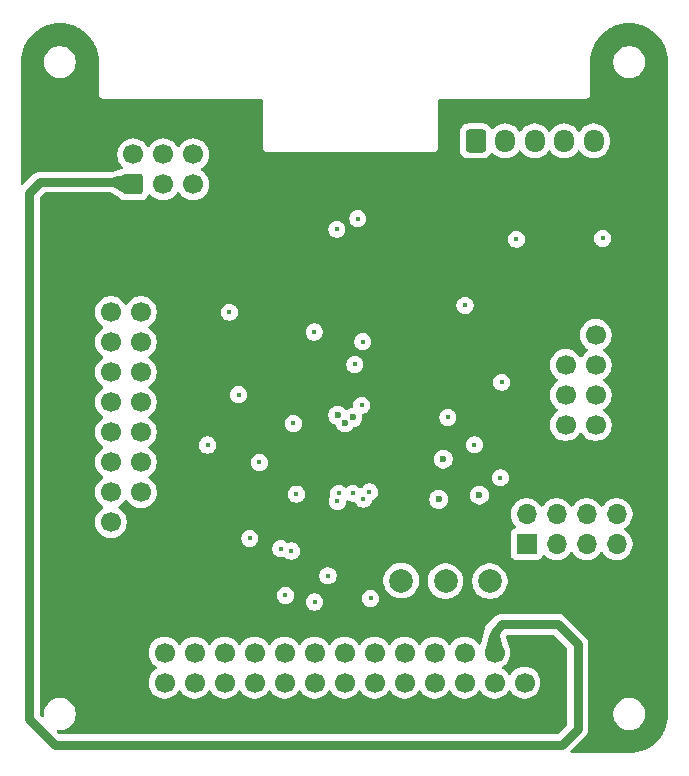
<source format=gbr>
%TF.GenerationSoftware,KiCad,Pcbnew,9.0.0*%
%TF.CreationDate,2025-03-07T07:18:05+07:00*%
%TF.ProjectId,MCU,4d43552e-6b69-4636-9164-5f7063625858,rev?*%
%TF.SameCoordinates,Original*%
%TF.FileFunction,Copper,L2,Inr*%
%TF.FilePolarity,Positive*%
%FSLAX46Y46*%
G04 Gerber Fmt 4.6, Leading zero omitted, Abs format (unit mm)*
G04 Created by KiCad (PCBNEW 9.0.0) date 2025-03-07 07:18:05*
%MOMM*%
%LPD*%
G01*
G04 APERTURE LIST*
G04 Aperture macros list*
%AMRoundRect*
0 Rectangle with rounded corners*
0 $1 Rounding radius*
0 $2 $3 $4 $5 $6 $7 $8 $9 X,Y pos of 4 corners*
0 Add a 4 corners polygon primitive as box body*
4,1,4,$2,$3,$4,$5,$6,$7,$8,$9,$2,$3,0*
0 Add four circle primitives for the rounded corners*
1,1,$1+$1,$2,$3*
1,1,$1+$1,$4,$5*
1,1,$1+$1,$6,$7*
1,1,$1+$1,$8,$9*
0 Add four rect primitives between the rounded corners*
20,1,$1+$1,$2,$3,$4,$5,0*
20,1,$1+$1,$4,$5,$6,$7,0*
20,1,$1+$1,$6,$7,$8,$9,0*
20,1,$1+$1,$8,$9,$2,$3,0*%
G04 Aperture macros list end*
%TA.AperFunction,ComponentPad*%
%ADD10RoundRect,0.250000X-0.600000X-0.600000X0.600000X-0.600000X0.600000X0.600000X-0.600000X0.600000X0*%
%TD*%
%TA.AperFunction,ComponentPad*%
%ADD11C,1.700000*%
%TD*%
%TA.AperFunction,ComponentPad*%
%ADD12RoundRect,0.250000X0.600000X0.600000X-0.600000X0.600000X-0.600000X-0.600000X0.600000X-0.600000X0*%
%TD*%
%TA.AperFunction,ComponentPad*%
%ADD13R,1.700000X1.700000*%
%TD*%
%TA.AperFunction,ComponentPad*%
%ADD14O,1.700000X1.700000*%
%TD*%
%TA.AperFunction,ComponentPad*%
%ADD15RoundRect,0.250000X-0.600000X-0.725000X0.600000X-0.725000X0.600000X0.725000X-0.600000X0.725000X0*%
%TD*%
%TA.AperFunction,ComponentPad*%
%ADD16O,1.700000X1.950000*%
%TD*%
%TA.AperFunction,ComponentPad*%
%ADD17RoundRect,0.250000X-0.600000X0.600000X-0.600000X-0.600000X0.600000X-0.600000X0.600000X0.600000X0*%
%TD*%
%TA.AperFunction,ComponentPad*%
%ADD18RoundRect,0.250000X0.600000X-0.600000X0.600000X0.600000X-0.600000X0.600000X-0.600000X-0.600000X0*%
%TD*%
%TA.AperFunction,ComponentPad*%
%ADD19C,2.000000*%
%TD*%
%TA.AperFunction,ViaPad*%
%ADD20C,0.450000*%
%TD*%
%TA.AperFunction,ViaPad*%
%ADD21C,0.600000*%
%TD*%
%TA.AperFunction,Conductor*%
%ADD22C,0.762000*%
%TD*%
G04 APERTURE END LIST*
D10*
%TO.N,VDD*%
%TO.C,J4*%
X146330000Y-85500000D03*
D11*
%TO.N,GND*%
X148870000Y-85500000D03*
%TO.N,Net-(J4-Pin_3)*%
X146330000Y-88040000D03*
%TO.N,GND*%
X148870000Y-88040000D03*
%TO.N,Net-(J4-Pin_5)*%
X146330000Y-90580000D03*
%TO.N,GND*%
X148870000Y-90580000D03*
%TO.N,Net-(J4-Pin_7)*%
X146330000Y-93120000D03*
%TO.N,GND*%
X148870000Y-93120000D03*
%TD*%
D12*
%TO.N,VDD*%
%TO.C,J7*%
X110360000Y-101350000D03*
D11*
%TO.N,GND*%
X107820000Y-101350000D03*
%TO.N,/Connector and Sensor/IMU_CS*%
X110360000Y-98810000D03*
%TO.N,GND*%
X107820000Y-98810000D03*
%TO.N,/Connector and Sensor/IMU_INT2*%
X110360000Y-96270000D03*
%TO.N,GND*%
X107820000Y-96270000D03*
%TO.N,/Connector and Sensor/IMU_INT1*%
X110360000Y-93730000D03*
%TO.N,GND*%
X107820000Y-93730000D03*
%TO.N,/Connector and Sensor/IMU_SCLK*%
X110360000Y-91190000D03*
%TO.N,GND*%
X107820000Y-91190000D03*
%TO.N,/Connector and Sensor/IMU_MISO*%
X110360000Y-88650000D03*
%TO.N,GND*%
X107820000Y-88650000D03*
%TO.N,/Connector and Sensor/IMU_MOSI*%
X110360000Y-86110000D03*
%TO.N,GND*%
X107820000Y-86110000D03*
%TO.N,unconnected-(J7-Pin_15-Pad15)*%
X110360000Y-83570000D03*
%TO.N,GND*%
X107820000Y-83570000D03*
%TD*%
D13*
%TO.N,/Connector and Sensor/TIM1_CH3*%
%TO.C,J1*%
X143025000Y-103215000D03*
D14*
%TO.N,/Connector and Sensor/TIM1_CH2*%
X143025000Y-100675000D03*
%TO.N,/Connector and Sensor/TIM1_CH3N*%
X145565000Y-103215000D03*
%TO.N,/Connector and Sensor/TIM1_CH2N*%
X145565000Y-100675000D03*
%TO.N,/Connector and Sensor/TIM1_CH1*%
X148105000Y-103215000D03*
%TO.N,unconnected-(J1-Pin_6-Pad6)*%
X148105000Y-100675000D03*
%TO.N,/Connector and Sensor/NFAULT*%
X150645000Y-103215000D03*
%TO.N,GND*%
X150645000Y-100675000D03*
%TD*%
D15*
%TO.N,SWO*%
%TO.C,J2*%
X138700000Y-69070000D03*
D16*
%TO.N,NRST*%
X141200000Y-69070000D03*
%TO.N,SWDIO*%
X143700000Y-69070000D03*
%TO.N,GND*%
X146200000Y-69070000D03*
%TO.N,SWCLK*%
X148700000Y-69070000D03*
%TO.N,VDD*%
X151200000Y-69070000D03*
%TD*%
D17*
%TO.N,VDD*%
%TO.C,J5*%
X142840000Y-112400000D03*
D11*
%TO.N,GND*%
X142840000Y-114940000D03*
%TO.N,+5V*%
X140300000Y-112400000D03*
%TO.N,GND*%
X140300000Y-114940000D03*
%TO.N,/Connector and Sensor/Vcurrfdbk_A*%
X137760000Y-112400000D03*
%TO.N,GND*%
X137760000Y-114940000D03*
%TO.N,/Connector and Sensor/Vcurrfdbk_B*%
X135220000Y-112400000D03*
%TO.N,GND*%
X135220000Y-114940000D03*
%TO.N,/Connector and Sensor/Vcurrfdbk_C*%
X132680000Y-112400000D03*
%TO.N,GND*%
X132680000Y-114940000D03*
%TO.N,/Connector and Sensor/NSLEEP*%
X130140000Y-112400000D03*
%TO.N,GND*%
X130140000Y-114940000D03*
%TO.N,/Connector and Sensor/NFAULT*%
X127600000Y-112400000D03*
%TO.N,GND*%
X127600000Y-114940000D03*
%TO.N,/Connector and Sensor/TIM1_CH3N*%
X125060000Y-112400000D03*
%TO.N,GND*%
X125060000Y-114940000D03*
%TO.N,/Connector and Sensor/TIM1_CH3*%
X122520000Y-112400000D03*
%TO.N,GND*%
X122520000Y-114940000D03*
%TO.N,/Connector and Sensor/TIM1_CH2N*%
X119980000Y-112400000D03*
%TO.N,GND*%
X119980000Y-114940000D03*
%TO.N,/Connector and Sensor/TIM1_CH2*%
X117440000Y-112400000D03*
%TO.N,GND*%
X117440000Y-114940000D03*
%TO.N,/Connector and Sensor/TIM1_CH1N*%
X114900000Y-112400000D03*
%TO.N,GND*%
X114900000Y-114940000D03*
%TO.N,/Connector and Sensor/TIM1_CH1*%
X112360000Y-112400000D03*
%TO.N,GND*%
X112360000Y-114940000D03*
%TD*%
D18*
%TO.N,+5V*%
%TO.C,J3*%
X109710000Y-72760000D03*
D11*
%TO.N,GND*%
X109710000Y-70220000D03*
%TO.N,Net-(J3-Pin_3)*%
X112250000Y-72760000D03*
%TO.N,GND*%
X112250000Y-70220000D03*
%TO.N,Net-(J3-Pin_5)*%
X114790000Y-72760000D03*
%TO.N,GND*%
X114790000Y-70220000D03*
%TD*%
D19*
%TO.N,/Connector and Sensor/Vcurrfdbk_A*%
%TO.C,TP1*%
X139900000Y-106350000D03*
%TD*%
%TO.N,/Connector and Sensor/Vcurrfdbk_B*%
%TO.C,TP2*%
X136150000Y-106350000D03*
%TD*%
%TO.N,/Connector and Sensor/Vcurrfdbk_C*%
%TO.C,TP3*%
X132400000Y-106300000D03*
%TD*%
D20*
%TO.N,GND*%
X136350000Y-92475000D03*
X142150000Y-77400000D03*
X140800000Y-97600000D03*
X119575000Y-102725000D03*
X129150000Y-86075000D03*
X117850000Y-83575000D03*
X120400000Y-96300000D03*
X149450000Y-77325000D03*
X123525000Y-98975000D03*
X125025000Y-85250000D03*
X140900000Y-89500000D03*
X138600000Y-94800000D03*
X118625000Y-90550000D03*
X116000000Y-94825000D03*
%TO.N,VDD*%
X115950000Y-91725000D03*
X120150000Y-101450000D03*
X135300000Y-90150000D03*
X124400000Y-78525000D03*
X139600000Y-102600000D03*
X116025000Y-101150000D03*
X132070000Y-88500000D03*
X123475000Y-85175000D03*
%TO.N,USER*%
X128475000Y-88000000D03*
X129050000Y-91450000D03*
%TO.N,NRST*%
X128725000Y-75650000D03*
X126950000Y-76550000D03*
%TO.N,/Connector and Sensor/TIM1_CH3*%
X127000000Y-99600000D03*
X122600000Y-107550000D03*
%TO.N,/Connector and Sensor/NFAULT*%
X129800000Y-107800000D03*
D21*
%TO.N,SWCLK*%
X139021942Y-99061942D03*
%TO.N,/Connector and Sensor/Vcurrfdbk_B*%
X127645000Y-92960000D03*
D20*
%TO.N,LED*%
X123275000Y-93000000D03*
X137800000Y-83000000D03*
D21*
%TO.N,/Connector and Sensor/Vcurrfdbk_C*%
X127020000Y-92300000D03*
D20*
%TO.N,/Connector and Sensor/IMU_INT1*%
X123100000Y-103800000D03*
D21*
%TO.N,SWDIO*%
X135570000Y-99430000D03*
D20*
%TO.N,/Connector and Sensor/NSLEEP*%
X126200000Y-105900000D03*
%TO.N,/Connector and Sensor/TIM1_CH2*%
X129200000Y-99400000D03*
%TO.N,/Connector and Sensor/TIM1_CH3N*%
X125060000Y-108110000D03*
X127100000Y-98900000D03*
%TO.N,/Connector and Sensor/TIM1_CH2N*%
X129700000Y-98800000D03*
%TO.N,/Connector and Sensor/IMU_INT2*%
X122200000Y-103600000D03*
%TO.N,/Connector and Sensor/TIM1_CH1*%
X128300000Y-98900000D03*
D21*
%TO.N,/Connector and Sensor/Vcurrfdbk_A*%
X128320000Y-92490000D03*
%TO.N,SWO*%
X135970000Y-96010000D03*
%TD*%
D22*
%TO.N,+5V*%
X140950000Y-110000000D02*
X145650000Y-110000000D01*
X100900000Y-118050000D02*
X100900000Y-73500000D01*
X146000000Y-120200000D02*
X103050000Y-120200000D01*
X140300000Y-110650000D02*
X140950000Y-110000000D01*
X147350000Y-118850000D02*
X146000000Y-120200000D01*
X101850000Y-72550000D02*
X109500000Y-72550000D01*
X109500000Y-72550000D02*
X109710000Y-72760000D01*
X145650000Y-110000000D02*
X147350000Y-111700000D01*
X100900000Y-73500000D02*
X101850000Y-72550000D01*
X147350000Y-111700000D02*
X147350000Y-118850000D01*
X103050000Y-120200000D02*
X100900000Y-118050000D01*
X140300000Y-112400000D02*
X140300000Y-110650000D01*
%TD*%
%TA.AperFunction,Conductor*%
%TO.N,VDD*%
G36*
X103838405Y-59118235D02*
G01*
X103851313Y-59119592D01*
X104179587Y-59171585D01*
X104192270Y-59174280D01*
X104513332Y-59260309D01*
X104525665Y-59264316D01*
X104835971Y-59383432D01*
X104847807Y-59388701D01*
X105143977Y-59539607D01*
X105155191Y-59546083D01*
X105433943Y-59727106D01*
X105444444Y-59734735D01*
X105702749Y-59943907D01*
X105712394Y-59952592D01*
X105947407Y-60187605D01*
X105956092Y-60197250D01*
X106165264Y-60455555D01*
X106172893Y-60466056D01*
X106353913Y-60744802D01*
X106360399Y-60756035D01*
X106511293Y-61052182D01*
X106516572Y-61064039D01*
X106635681Y-61374329D01*
X106639692Y-61386673D01*
X106725717Y-61707723D01*
X106728415Y-61720419D01*
X106780407Y-62048686D01*
X106781764Y-62061594D01*
X106799330Y-62396756D01*
X106799500Y-62403246D01*
X106799500Y-65073071D01*
X106799500Y-65100000D01*
X106799500Y-65152727D01*
X106826793Y-65254587D01*
X106879520Y-65345913D01*
X106954087Y-65420480D01*
X107045413Y-65473207D01*
X107147273Y-65500500D01*
X107180009Y-65500500D01*
X120473071Y-65500500D01*
X120490244Y-65500500D01*
X120509630Y-65502025D01*
X120542253Y-65507192D01*
X120579146Y-65519179D01*
X120599765Y-65529685D01*
X120631151Y-65552489D01*
X120647510Y-65568848D01*
X120670314Y-65600234D01*
X120680820Y-65620853D01*
X120692808Y-65657748D01*
X120697973Y-65690359D01*
X120699500Y-65709755D01*
X120699500Y-69573071D01*
X120699500Y-69600000D01*
X120699500Y-69652727D01*
X120726793Y-69754587D01*
X120779520Y-69845913D01*
X120854087Y-69920480D01*
X120945413Y-69973207D01*
X121047273Y-70000500D01*
X121047275Y-70000500D01*
X135152725Y-70000500D01*
X135152727Y-70000500D01*
X135254587Y-69973207D01*
X135345913Y-69920480D01*
X135420480Y-69845913D01*
X135473207Y-69754587D01*
X135500500Y-69652727D01*
X135500500Y-69600000D01*
X135500500Y-69573071D01*
X135500500Y-68294983D01*
X137349500Y-68294983D01*
X137349500Y-69845001D01*
X137349501Y-69845018D01*
X137360000Y-69947796D01*
X137360001Y-69947799D01*
X137405894Y-70086294D01*
X137415186Y-70114334D01*
X137507288Y-70263656D01*
X137631344Y-70387712D01*
X137780666Y-70479814D01*
X137947203Y-70534999D01*
X138049991Y-70545500D01*
X139350008Y-70545499D01*
X139452797Y-70534999D01*
X139619334Y-70479814D01*
X139768656Y-70387712D01*
X139892712Y-70263656D01*
X139984814Y-70114334D01*
X139984814Y-70114331D01*
X139988178Y-70108879D01*
X140040126Y-70062154D01*
X140109088Y-70050931D01*
X140173170Y-70078774D01*
X140181398Y-70086294D01*
X140320213Y-70225109D01*
X140492179Y-70350048D01*
X140492181Y-70350049D01*
X140492184Y-70350051D01*
X140681588Y-70446557D01*
X140883757Y-70512246D01*
X141093713Y-70545500D01*
X141093714Y-70545500D01*
X141306286Y-70545500D01*
X141306287Y-70545500D01*
X141516243Y-70512246D01*
X141718412Y-70446557D01*
X141907816Y-70350051D01*
X141940526Y-70326286D01*
X142079786Y-70225109D01*
X142079788Y-70225106D01*
X142079792Y-70225104D01*
X142230104Y-70074792D01*
X142349683Y-69910204D01*
X142405011Y-69867540D01*
X142474624Y-69861561D01*
X142536420Y-69894166D01*
X142550313Y-69910199D01*
X142615920Y-70000500D01*
X142669896Y-70074792D01*
X142820213Y-70225109D01*
X142992179Y-70350048D01*
X142992181Y-70350049D01*
X142992184Y-70350051D01*
X143181588Y-70446557D01*
X143383757Y-70512246D01*
X143593713Y-70545500D01*
X143593714Y-70545500D01*
X143806286Y-70545500D01*
X143806287Y-70545500D01*
X144016243Y-70512246D01*
X144218412Y-70446557D01*
X144407816Y-70350051D01*
X144440526Y-70326286D01*
X144579786Y-70225109D01*
X144579788Y-70225106D01*
X144579792Y-70225104D01*
X144730104Y-70074792D01*
X144849683Y-69910204D01*
X144905011Y-69867540D01*
X144974624Y-69861561D01*
X145036420Y-69894166D01*
X145050313Y-69910199D01*
X145115920Y-70000500D01*
X145169896Y-70074792D01*
X145320213Y-70225109D01*
X145492179Y-70350048D01*
X145492181Y-70350049D01*
X145492184Y-70350051D01*
X145681588Y-70446557D01*
X145883757Y-70512246D01*
X146093713Y-70545500D01*
X146093714Y-70545500D01*
X146306286Y-70545500D01*
X146306287Y-70545500D01*
X146516243Y-70512246D01*
X146718412Y-70446557D01*
X146907816Y-70350051D01*
X146940526Y-70326286D01*
X147079786Y-70225109D01*
X147079788Y-70225106D01*
X147079792Y-70225104D01*
X147230104Y-70074792D01*
X147349683Y-69910204D01*
X147405011Y-69867540D01*
X147474624Y-69861561D01*
X147536420Y-69894166D01*
X147550313Y-69910199D01*
X147615920Y-70000500D01*
X147669896Y-70074792D01*
X147820213Y-70225109D01*
X147992179Y-70350048D01*
X147992181Y-70350049D01*
X147992184Y-70350051D01*
X148181588Y-70446557D01*
X148383757Y-70512246D01*
X148593713Y-70545500D01*
X148593714Y-70545500D01*
X148806286Y-70545500D01*
X148806287Y-70545500D01*
X149016243Y-70512246D01*
X149218412Y-70446557D01*
X149407816Y-70350051D01*
X149440526Y-70326286D01*
X149579786Y-70225109D01*
X149579788Y-70225106D01*
X149579792Y-70225104D01*
X149730104Y-70074792D01*
X149730106Y-70074788D01*
X149730109Y-70074786D01*
X149855048Y-69902820D01*
X149855047Y-69902820D01*
X149855051Y-69902816D01*
X149951557Y-69713412D01*
X150017246Y-69511243D01*
X150050500Y-69301287D01*
X150050500Y-68838713D01*
X150017246Y-68628757D01*
X149951557Y-68426588D01*
X149855051Y-68237184D01*
X149855049Y-68237181D01*
X149855048Y-68237179D01*
X149730109Y-68065213D01*
X149579786Y-67914890D01*
X149407820Y-67789951D01*
X149218414Y-67693444D01*
X149218413Y-67693443D01*
X149218412Y-67693443D01*
X149016243Y-67627754D01*
X149016241Y-67627753D01*
X149016240Y-67627753D01*
X148854957Y-67602208D01*
X148806287Y-67594500D01*
X148593713Y-67594500D01*
X148545042Y-67602208D01*
X148383760Y-67627753D01*
X148181585Y-67693444D01*
X147992179Y-67789951D01*
X147820213Y-67914890D01*
X147669894Y-68065209D01*
X147669890Y-68065214D01*
X147550318Y-68229793D01*
X147494989Y-68272459D01*
X147425375Y-68278438D01*
X147363580Y-68245833D01*
X147349682Y-68229793D01*
X147230109Y-68065214D01*
X147230105Y-68065209D01*
X147079786Y-67914890D01*
X146907820Y-67789951D01*
X146718414Y-67693444D01*
X146718413Y-67693443D01*
X146718412Y-67693443D01*
X146516243Y-67627754D01*
X146516241Y-67627753D01*
X146516240Y-67627753D01*
X146354957Y-67602208D01*
X146306287Y-67594500D01*
X146093713Y-67594500D01*
X146045042Y-67602208D01*
X145883760Y-67627753D01*
X145681585Y-67693444D01*
X145492179Y-67789951D01*
X145320213Y-67914890D01*
X145169894Y-68065209D01*
X145169890Y-68065214D01*
X145050318Y-68229793D01*
X144994989Y-68272459D01*
X144925375Y-68278438D01*
X144863580Y-68245833D01*
X144849682Y-68229793D01*
X144730109Y-68065214D01*
X144730105Y-68065209D01*
X144579786Y-67914890D01*
X144407820Y-67789951D01*
X144218414Y-67693444D01*
X144218413Y-67693443D01*
X144218412Y-67693443D01*
X144016243Y-67627754D01*
X144016241Y-67627753D01*
X144016240Y-67627753D01*
X143854957Y-67602208D01*
X143806287Y-67594500D01*
X143593713Y-67594500D01*
X143545042Y-67602208D01*
X143383760Y-67627753D01*
X143181585Y-67693444D01*
X142992179Y-67789951D01*
X142820213Y-67914890D01*
X142669894Y-68065209D01*
X142669890Y-68065214D01*
X142550318Y-68229793D01*
X142494989Y-68272459D01*
X142425375Y-68278438D01*
X142363580Y-68245833D01*
X142349682Y-68229793D01*
X142230109Y-68065214D01*
X142230105Y-68065209D01*
X142079786Y-67914890D01*
X141907820Y-67789951D01*
X141718414Y-67693444D01*
X141718413Y-67693443D01*
X141718412Y-67693443D01*
X141516243Y-67627754D01*
X141516241Y-67627753D01*
X141516240Y-67627753D01*
X141354957Y-67602208D01*
X141306287Y-67594500D01*
X141093713Y-67594500D01*
X141045042Y-67602208D01*
X140883760Y-67627753D01*
X140681585Y-67693444D01*
X140492179Y-67789951D01*
X140320215Y-67914889D01*
X140181398Y-68053706D01*
X140120075Y-68087190D01*
X140050383Y-68082206D01*
X139994450Y-68040334D01*
X139988178Y-68031120D01*
X139892712Y-67876344D01*
X139768657Y-67752289D01*
X139768656Y-67752288D01*
X139619334Y-67660186D01*
X139452797Y-67605001D01*
X139452795Y-67605000D01*
X139350010Y-67594500D01*
X138049998Y-67594500D01*
X138049981Y-67594501D01*
X137947203Y-67605000D01*
X137947200Y-67605001D01*
X137780668Y-67660185D01*
X137780663Y-67660187D01*
X137631342Y-67752289D01*
X137507289Y-67876342D01*
X137415187Y-68025663D01*
X137415185Y-68025668D01*
X137410325Y-68040334D01*
X137360001Y-68192203D01*
X137360001Y-68192204D01*
X137360000Y-68192204D01*
X137349500Y-68294983D01*
X135500500Y-68294983D01*
X135500500Y-65709755D01*
X135502025Y-65690370D01*
X135507192Y-65657744D01*
X135519177Y-65620857D01*
X135529687Y-65600230D01*
X135552486Y-65568851D01*
X135568851Y-65552486D01*
X135600230Y-65529687D01*
X135620857Y-65519177D01*
X135657744Y-65507192D01*
X135690369Y-65502025D01*
X135709756Y-65500500D01*
X148052725Y-65500500D01*
X148052727Y-65500500D01*
X148154587Y-65473207D01*
X148245913Y-65420480D01*
X148320480Y-65345913D01*
X148373207Y-65254587D01*
X148400500Y-65152727D01*
X148400500Y-65100000D01*
X148400500Y-65073071D01*
X148400500Y-62403246D01*
X148400670Y-62396756D01*
X148406071Y-62293713D01*
X150345300Y-62293713D01*
X150345300Y-62506286D01*
X150378553Y-62716239D01*
X150444244Y-62918414D01*
X150540751Y-63107820D01*
X150665690Y-63279786D01*
X150816013Y-63430109D01*
X150987979Y-63555048D01*
X150987981Y-63555049D01*
X150987984Y-63555051D01*
X151177388Y-63651557D01*
X151379557Y-63717246D01*
X151589513Y-63750500D01*
X151589514Y-63750500D01*
X151802086Y-63750500D01*
X151802087Y-63750500D01*
X152012043Y-63717246D01*
X152214212Y-63651557D01*
X152403616Y-63555051D01*
X152425589Y-63539086D01*
X152575586Y-63430109D01*
X152575588Y-63430106D01*
X152575592Y-63430104D01*
X152725904Y-63279792D01*
X152725906Y-63279788D01*
X152725909Y-63279786D01*
X152850848Y-63107820D01*
X152850847Y-63107820D01*
X152850851Y-63107816D01*
X152947357Y-62918412D01*
X153013046Y-62716243D01*
X153046300Y-62506287D01*
X153046300Y-62293713D01*
X153013046Y-62083757D01*
X152947357Y-61881588D01*
X152850851Y-61692184D01*
X152850849Y-61692181D01*
X152850848Y-61692179D01*
X152725909Y-61520213D01*
X152575586Y-61369890D01*
X152403620Y-61244951D01*
X152214214Y-61148444D01*
X152214213Y-61148443D01*
X152214212Y-61148443D01*
X152012043Y-61082754D01*
X152012041Y-61082753D01*
X152012040Y-61082753D01*
X151819020Y-61052182D01*
X151802087Y-61049500D01*
X151589513Y-61049500D01*
X151572580Y-61052182D01*
X151379560Y-61082753D01*
X151177385Y-61148444D01*
X150987979Y-61244951D01*
X150816013Y-61369890D01*
X150665690Y-61520213D01*
X150540751Y-61692179D01*
X150444244Y-61881585D01*
X150378553Y-62083760D01*
X150345300Y-62293713D01*
X148406071Y-62293713D01*
X148406666Y-62282351D01*
X148406666Y-62282350D01*
X148418235Y-62061595D01*
X148419592Y-62048686D01*
X148471586Y-61720409D01*
X148474279Y-61707733D01*
X148560310Y-61386662D01*
X148564314Y-61374340D01*
X148683434Y-61064021D01*
X148688698Y-61052199D01*
X148839611Y-60756014D01*
X148846077Y-60744816D01*
X149027113Y-60466045D01*
X149034727Y-60455564D01*
X149243915Y-60197241D01*
X149252582Y-60187615D01*
X149487615Y-59952582D01*
X149497241Y-59943915D01*
X149755564Y-59734727D01*
X149766045Y-59727113D01*
X150044816Y-59546077D01*
X150056014Y-59539611D01*
X150352199Y-59388698D01*
X150364021Y-59383434D01*
X150674340Y-59264314D01*
X150686662Y-59260310D01*
X151007733Y-59174279D01*
X151020409Y-59171586D01*
X151348688Y-59119591D01*
X151361592Y-59118235D01*
X151693512Y-59100840D01*
X151706488Y-59100840D01*
X152038405Y-59118235D01*
X152051313Y-59119592D01*
X152379587Y-59171585D01*
X152392270Y-59174280D01*
X152713332Y-59260309D01*
X152725665Y-59264316D01*
X153035971Y-59383432D01*
X153047807Y-59388701D01*
X153343977Y-59539607D01*
X153355191Y-59546083D01*
X153633943Y-59727106D01*
X153644444Y-59734735D01*
X153902749Y-59943907D01*
X153912394Y-59952592D01*
X154147407Y-60187605D01*
X154156092Y-60197250D01*
X154365264Y-60455555D01*
X154372893Y-60466056D01*
X154553913Y-60744802D01*
X154560399Y-60756035D01*
X154711293Y-61052182D01*
X154716572Y-61064039D01*
X154835681Y-61374329D01*
X154839692Y-61386673D01*
X154925717Y-61707723D01*
X154928415Y-61720419D01*
X154980407Y-62048686D01*
X154981764Y-62061594D01*
X154999330Y-62396756D01*
X154999500Y-62403246D01*
X154999500Y-117596753D01*
X154999330Y-117603243D01*
X154981764Y-117938405D01*
X154980407Y-117951313D01*
X154928415Y-118279580D01*
X154925717Y-118292276D01*
X154839692Y-118613326D01*
X154835681Y-118625670D01*
X154716572Y-118935960D01*
X154711293Y-118947817D01*
X154560399Y-119243964D01*
X154553909Y-119255204D01*
X154372893Y-119533943D01*
X154365264Y-119544444D01*
X154156092Y-119802749D01*
X154147407Y-119812394D01*
X153912394Y-120047407D01*
X153902749Y-120056092D01*
X153644444Y-120265264D01*
X153633943Y-120272893D01*
X153355204Y-120453909D01*
X153343964Y-120460399D01*
X153047817Y-120611293D01*
X153035960Y-120616572D01*
X152725670Y-120735681D01*
X152713326Y-120739692D01*
X152392276Y-120825717D01*
X152379580Y-120828415D01*
X152051313Y-120880407D01*
X152038405Y-120881764D01*
X151703244Y-120899330D01*
X151696754Y-120899500D01*
X146846493Y-120899500D01*
X146779454Y-120879815D01*
X146733699Y-120827011D01*
X146723755Y-120757853D01*
X146752780Y-120694297D01*
X146758812Y-120687819D01*
X148034698Y-119411931D01*
X148034697Y-119411931D01*
X148034705Y-119411924D01*
X148041479Y-119401787D01*
X148131175Y-119267547D01*
X148197624Y-119107124D01*
X148231500Y-118936820D01*
X148231500Y-117493713D01*
X150349500Y-117493713D01*
X150349500Y-117706286D01*
X150382753Y-117916239D01*
X150448444Y-118118414D01*
X150544951Y-118307820D01*
X150669890Y-118479786D01*
X150820213Y-118630109D01*
X150992179Y-118755048D01*
X150992181Y-118755049D01*
X150992184Y-118755051D01*
X151181588Y-118851557D01*
X151383757Y-118917246D01*
X151593713Y-118950500D01*
X151593714Y-118950500D01*
X151806286Y-118950500D01*
X151806287Y-118950500D01*
X152016243Y-118917246D01*
X152218412Y-118851557D01*
X152407816Y-118755051D01*
X152429789Y-118739086D01*
X152579786Y-118630109D01*
X152579788Y-118630106D01*
X152579792Y-118630104D01*
X152730104Y-118479792D01*
X152730106Y-118479788D01*
X152730109Y-118479786D01*
X152855048Y-118307820D01*
X152855047Y-118307820D01*
X152855051Y-118307816D01*
X152951557Y-118118412D01*
X153017246Y-117916243D01*
X153050500Y-117706287D01*
X153050500Y-117493713D01*
X153017246Y-117283757D01*
X152951557Y-117081588D01*
X152855051Y-116892184D01*
X152855049Y-116892181D01*
X152855048Y-116892179D01*
X152730109Y-116720213D01*
X152579786Y-116569890D01*
X152407820Y-116444951D01*
X152218414Y-116348444D01*
X152218413Y-116348443D01*
X152218412Y-116348443D01*
X152016243Y-116282754D01*
X152016241Y-116282753D01*
X152016240Y-116282753D01*
X151854957Y-116257208D01*
X151806287Y-116249500D01*
X151593713Y-116249500D01*
X151545042Y-116257208D01*
X151383760Y-116282753D01*
X151181585Y-116348444D01*
X150992179Y-116444951D01*
X150820213Y-116569890D01*
X150669890Y-116720213D01*
X150544951Y-116892179D01*
X150448444Y-117081585D01*
X150382753Y-117283760D01*
X150349500Y-117493713D01*
X148231500Y-117493713D01*
X148231500Y-111613180D01*
X148213006Y-111520208D01*
X148197624Y-111442876D01*
X148131175Y-111282453D01*
X148034706Y-111138076D01*
X148034704Y-111138073D01*
X146211926Y-109315295D01*
X146067543Y-109218822D01*
X145907128Y-109152377D01*
X145907118Y-109152374D01*
X145736823Y-109118500D01*
X145736821Y-109118500D01*
X145736820Y-109118500D01*
X141036821Y-109118500D01*
X140863179Y-109118500D01*
X140863174Y-109118500D01*
X140692883Y-109152373D01*
X140692875Y-109152375D01*
X140579440Y-109199362D01*
X140532454Y-109218824D01*
X140532450Y-109218826D01*
X140388081Y-109315290D01*
X140388073Y-109315296D01*
X139615296Y-110088072D01*
X139615295Y-110088073D01*
X139518823Y-110232456D01*
X139452377Y-110392872D01*
X139452374Y-110392883D01*
X139438671Y-110461774D01*
X139438669Y-110461782D01*
X139437870Y-110465804D01*
X139418500Y-110563180D01*
X139418500Y-110615785D01*
X139417450Y-110623803D01*
X139415508Y-110628200D01*
X139413328Y-110643138D01*
X139118202Y-111632721D01*
X139080179Y-111691339D01*
X139016501Y-111720094D01*
X138947385Y-111709858D01*
X138899056Y-111670169D01*
X138790104Y-111520208D01*
X138639792Y-111369896D01*
X138639786Y-111369890D01*
X138467820Y-111244951D01*
X138278414Y-111148444D01*
X138278413Y-111148443D01*
X138278412Y-111148443D01*
X138076243Y-111082754D01*
X138076241Y-111082753D01*
X138076240Y-111082753D01*
X137914957Y-111057208D01*
X137866287Y-111049500D01*
X137653713Y-111049500D01*
X137605042Y-111057208D01*
X137443760Y-111082753D01*
X137241585Y-111148444D01*
X137052179Y-111244951D01*
X136880213Y-111369890D01*
X136880209Y-111369894D01*
X136729897Y-111520207D01*
X136729890Y-111520213D01*
X136604949Y-111692182D01*
X136600484Y-111700946D01*
X136552509Y-111751742D01*
X136484688Y-111768536D01*
X136418553Y-111745998D01*
X136379516Y-111700946D01*
X136375050Y-111692182D01*
X136250109Y-111520213D01*
X136099786Y-111369890D01*
X135927820Y-111244951D01*
X135738414Y-111148444D01*
X135738413Y-111148443D01*
X135738412Y-111148443D01*
X135536243Y-111082754D01*
X135536241Y-111082753D01*
X135536240Y-111082753D01*
X135374957Y-111057208D01*
X135326287Y-111049500D01*
X135113713Y-111049500D01*
X135065042Y-111057208D01*
X134903760Y-111082753D01*
X134701585Y-111148444D01*
X134512179Y-111244951D01*
X134340213Y-111369890D01*
X134340209Y-111369894D01*
X134189897Y-111520207D01*
X134189890Y-111520213D01*
X134064949Y-111692182D01*
X134060484Y-111700946D01*
X134012509Y-111751742D01*
X133944688Y-111768536D01*
X133878553Y-111745998D01*
X133839516Y-111700946D01*
X133835050Y-111692182D01*
X133710109Y-111520213D01*
X133559786Y-111369890D01*
X133387820Y-111244951D01*
X133198414Y-111148444D01*
X133198413Y-111148443D01*
X133198412Y-111148443D01*
X132996243Y-111082754D01*
X132996241Y-111082753D01*
X132996240Y-111082753D01*
X132834957Y-111057208D01*
X132786287Y-111049500D01*
X132573713Y-111049500D01*
X132525042Y-111057208D01*
X132363760Y-111082753D01*
X132161585Y-111148444D01*
X131972179Y-111244951D01*
X131800213Y-111369890D01*
X131800209Y-111369894D01*
X131649897Y-111520207D01*
X131649890Y-111520213D01*
X131524949Y-111692182D01*
X131520484Y-111700946D01*
X131472509Y-111751742D01*
X131404688Y-111768536D01*
X131338553Y-111745998D01*
X131299516Y-111700946D01*
X131295050Y-111692182D01*
X131170109Y-111520213D01*
X131019786Y-111369890D01*
X130847820Y-111244951D01*
X130658414Y-111148444D01*
X130658413Y-111148443D01*
X130658412Y-111148443D01*
X130456243Y-111082754D01*
X130456241Y-111082753D01*
X130456240Y-111082753D01*
X130294957Y-111057208D01*
X130246287Y-111049500D01*
X130033713Y-111049500D01*
X129985042Y-111057208D01*
X129823760Y-111082753D01*
X129621585Y-111148444D01*
X129432179Y-111244951D01*
X129260213Y-111369890D01*
X129260209Y-111369894D01*
X129109897Y-111520207D01*
X129109890Y-111520213D01*
X128984949Y-111692182D01*
X128980484Y-111700946D01*
X128932509Y-111751742D01*
X128864688Y-111768536D01*
X128798553Y-111745998D01*
X128759516Y-111700946D01*
X128755050Y-111692182D01*
X128630109Y-111520213D01*
X128479786Y-111369890D01*
X128307820Y-111244951D01*
X128118414Y-111148444D01*
X128118413Y-111148443D01*
X128118412Y-111148443D01*
X127916243Y-111082754D01*
X127916241Y-111082753D01*
X127916240Y-111082753D01*
X127754957Y-111057208D01*
X127706287Y-111049500D01*
X127493713Y-111049500D01*
X127445042Y-111057208D01*
X127283760Y-111082753D01*
X127081585Y-111148444D01*
X126892179Y-111244951D01*
X126720213Y-111369890D01*
X126720209Y-111369894D01*
X126569897Y-111520207D01*
X126569890Y-111520213D01*
X126444949Y-111692182D01*
X126440484Y-111700946D01*
X126392509Y-111751742D01*
X126324688Y-111768536D01*
X126258553Y-111745998D01*
X126219516Y-111700946D01*
X126215050Y-111692182D01*
X126090109Y-111520213D01*
X125939786Y-111369890D01*
X125767820Y-111244951D01*
X125578414Y-111148444D01*
X125578413Y-111148443D01*
X125578412Y-111148443D01*
X125376243Y-111082754D01*
X125376241Y-111082753D01*
X125376240Y-111082753D01*
X125214957Y-111057208D01*
X125166287Y-111049500D01*
X124953713Y-111049500D01*
X124905042Y-111057208D01*
X124743760Y-111082753D01*
X124541585Y-111148444D01*
X124352179Y-111244951D01*
X124180213Y-111369890D01*
X124180209Y-111369894D01*
X124029897Y-111520207D01*
X124029890Y-111520213D01*
X123904949Y-111692182D01*
X123900484Y-111700946D01*
X123852509Y-111751742D01*
X123784688Y-111768536D01*
X123718553Y-111745998D01*
X123679516Y-111700946D01*
X123675050Y-111692182D01*
X123550109Y-111520213D01*
X123399786Y-111369890D01*
X123227820Y-111244951D01*
X123038414Y-111148444D01*
X123038413Y-111148443D01*
X123038412Y-111148443D01*
X122836243Y-111082754D01*
X122836241Y-111082753D01*
X122836240Y-111082753D01*
X122674957Y-111057208D01*
X122626287Y-111049500D01*
X122413713Y-111049500D01*
X122365042Y-111057208D01*
X122203760Y-111082753D01*
X122001585Y-111148444D01*
X121812179Y-111244951D01*
X121640213Y-111369890D01*
X121640209Y-111369894D01*
X121489897Y-111520207D01*
X121489890Y-111520213D01*
X121364949Y-111692182D01*
X121360484Y-111700946D01*
X121312509Y-111751742D01*
X121244688Y-111768536D01*
X121178553Y-111745998D01*
X121139516Y-111700946D01*
X121135050Y-111692182D01*
X121010109Y-111520213D01*
X120859786Y-111369890D01*
X120687820Y-111244951D01*
X120498414Y-111148444D01*
X120498413Y-111148443D01*
X120498412Y-111148443D01*
X120296243Y-111082754D01*
X120296241Y-111082753D01*
X120296240Y-111082753D01*
X120134957Y-111057208D01*
X120086287Y-111049500D01*
X119873713Y-111049500D01*
X119825042Y-111057208D01*
X119663760Y-111082753D01*
X119461585Y-111148444D01*
X119272179Y-111244951D01*
X119100213Y-111369890D01*
X119100209Y-111369894D01*
X118949897Y-111520207D01*
X118949890Y-111520213D01*
X118824949Y-111692182D01*
X118820484Y-111700946D01*
X118772509Y-111751742D01*
X118704688Y-111768536D01*
X118638553Y-111745998D01*
X118599516Y-111700946D01*
X118595050Y-111692182D01*
X118470109Y-111520213D01*
X118319786Y-111369890D01*
X118147820Y-111244951D01*
X117958414Y-111148444D01*
X117958413Y-111148443D01*
X117958412Y-111148443D01*
X117756243Y-111082754D01*
X117756241Y-111082753D01*
X117756240Y-111082753D01*
X117594957Y-111057208D01*
X117546287Y-111049500D01*
X117333713Y-111049500D01*
X117285042Y-111057208D01*
X117123760Y-111082753D01*
X116921585Y-111148444D01*
X116732179Y-111244951D01*
X116560213Y-111369890D01*
X116560209Y-111369894D01*
X116409897Y-111520207D01*
X116409890Y-111520213D01*
X116284949Y-111692182D01*
X116280484Y-111700946D01*
X116232509Y-111751742D01*
X116164688Y-111768536D01*
X116098553Y-111745998D01*
X116059516Y-111700946D01*
X116055050Y-111692182D01*
X115930109Y-111520213D01*
X115779786Y-111369890D01*
X115607820Y-111244951D01*
X115418414Y-111148444D01*
X115418413Y-111148443D01*
X115418412Y-111148443D01*
X115216243Y-111082754D01*
X115216241Y-111082753D01*
X115216240Y-111082753D01*
X115054957Y-111057208D01*
X115006287Y-111049500D01*
X114793713Y-111049500D01*
X114745042Y-111057208D01*
X114583760Y-111082753D01*
X114381585Y-111148444D01*
X114192179Y-111244951D01*
X114020213Y-111369890D01*
X114020209Y-111369894D01*
X113869897Y-111520207D01*
X113869890Y-111520213D01*
X113744949Y-111692182D01*
X113740484Y-111700946D01*
X113692509Y-111751742D01*
X113624688Y-111768536D01*
X113558553Y-111745998D01*
X113519516Y-111700946D01*
X113515050Y-111692182D01*
X113390109Y-111520213D01*
X113239786Y-111369890D01*
X113067820Y-111244951D01*
X112878414Y-111148444D01*
X112878413Y-111148443D01*
X112878412Y-111148443D01*
X112676243Y-111082754D01*
X112676241Y-111082753D01*
X112676240Y-111082753D01*
X112514957Y-111057208D01*
X112466287Y-111049500D01*
X112253713Y-111049500D01*
X112205042Y-111057208D01*
X112043760Y-111082753D01*
X111841585Y-111148444D01*
X111652179Y-111244951D01*
X111480213Y-111369890D01*
X111480209Y-111369894D01*
X111329897Y-111520207D01*
X111329890Y-111520213D01*
X111204951Y-111692179D01*
X111108444Y-111881585D01*
X111042753Y-112083760D01*
X111009500Y-112293713D01*
X111009500Y-112506286D01*
X111042753Y-112716239D01*
X111108444Y-112918414D01*
X111204951Y-113107820D01*
X111329890Y-113279786D01*
X111480213Y-113430109D01*
X111652182Y-113555050D01*
X111660946Y-113559516D01*
X111711742Y-113607491D01*
X111728536Y-113675312D01*
X111705998Y-113741447D01*
X111660946Y-113780484D01*
X111652182Y-113784949D01*
X111480213Y-113909890D01*
X111329890Y-114060213D01*
X111204951Y-114232179D01*
X111108444Y-114421585D01*
X111042753Y-114623760D01*
X111009500Y-114833713D01*
X111009500Y-115046286D01*
X111042753Y-115256239D01*
X111108444Y-115458414D01*
X111204951Y-115647820D01*
X111329890Y-115819786D01*
X111480213Y-115970109D01*
X111652179Y-116095048D01*
X111652181Y-116095049D01*
X111652184Y-116095051D01*
X111841588Y-116191557D01*
X112043757Y-116257246D01*
X112253713Y-116290500D01*
X112253714Y-116290500D01*
X112466286Y-116290500D01*
X112466287Y-116290500D01*
X112676243Y-116257246D01*
X112878412Y-116191557D01*
X113067816Y-116095051D01*
X113089789Y-116079086D01*
X113239786Y-115970109D01*
X113239788Y-115970106D01*
X113239792Y-115970104D01*
X113390104Y-115819792D01*
X113390106Y-115819788D01*
X113390109Y-115819786D01*
X113515048Y-115647820D01*
X113515047Y-115647820D01*
X113515051Y-115647816D01*
X113519514Y-115639054D01*
X113567488Y-115588259D01*
X113635308Y-115571463D01*
X113701444Y-115593999D01*
X113740486Y-115639056D01*
X113744951Y-115647820D01*
X113869890Y-115819786D01*
X114020213Y-115970109D01*
X114192179Y-116095048D01*
X114192181Y-116095049D01*
X114192184Y-116095051D01*
X114381588Y-116191557D01*
X114583757Y-116257246D01*
X114793713Y-116290500D01*
X114793714Y-116290500D01*
X115006286Y-116290500D01*
X115006287Y-116290500D01*
X115216243Y-116257246D01*
X115418412Y-116191557D01*
X115607816Y-116095051D01*
X115629789Y-116079086D01*
X115779786Y-115970109D01*
X115779788Y-115970106D01*
X115779792Y-115970104D01*
X115930104Y-115819792D01*
X115930106Y-115819788D01*
X115930109Y-115819786D01*
X116055048Y-115647820D01*
X116055047Y-115647820D01*
X116055051Y-115647816D01*
X116059514Y-115639054D01*
X116107488Y-115588259D01*
X116175308Y-115571463D01*
X116241444Y-115593999D01*
X116280486Y-115639056D01*
X116284951Y-115647820D01*
X116409890Y-115819786D01*
X116560213Y-115970109D01*
X116732179Y-116095048D01*
X116732181Y-116095049D01*
X116732184Y-116095051D01*
X116921588Y-116191557D01*
X117123757Y-116257246D01*
X117333713Y-116290500D01*
X117333714Y-116290500D01*
X117546286Y-116290500D01*
X117546287Y-116290500D01*
X117756243Y-116257246D01*
X117958412Y-116191557D01*
X118147816Y-116095051D01*
X118169789Y-116079086D01*
X118319786Y-115970109D01*
X118319788Y-115970106D01*
X118319792Y-115970104D01*
X118470104Y-115819792D01*
X118470106Y-115819788D01*
X118470109Y-115819786D01*
X118595048Y-115647820D01*
X118595047Y-115647820D01*
X118595051Y-115647816D01*
X118599514Y-115639054D01*
X118647488Y-115588259D01*
X118715308Y-115571463D01*
X118781444Y-115593999D01*
X118820486Y-115639056D01*
X118824951Y-115647820D01*
X118949890Y-115819786D01*
X119100213Y-115970109D01*
X119272179Y-116095048D01*
X119272181Y-116095049D01*
X119272184Y-116095051D01*
X119461588Y-116191557D01*
X119663757Y-116257246D01*
X119873713Y-116290500D01*
X119873714Y-116290500D01*
X120086286Y-116290500D01*
X120086287Y-116290500D01*
X120296243Y-116257246D01*
X120498412Y-116191557D01*
X120687816Y-116095051D01*
X120709789Y-116079086D01*
X120859786Y-115970109D01*
X120859788Y-115970106D01*
X120859792Y-115970104D01*
X121010104Y-115819792D01*
X121010106Y-115819788D01*
X121010109Y-115819786D01*
X121135048Y-115647820D01*
X121135047Y-115647820D01*
X121135051Y-115647816D01*
X121139514Y-115639054D01*
X121187488Y-115588259D01*
X121255308Y-115571463D01*
X121321444Y-115593999D01*
X121360486Y-115639056D01*
X121364951Y-115647820D01*
X121489890Y-115819786D01*
X121640213Y-115970109D01*
X121812179Y-116095048D01*
X121812181Y-116095049D01*
X121812184Y-116095051D01*
X122001588Y-116191557D01*
X122203757Y-116257246D01*
X122413713Y-116290500D01*
X122413714Y-116290500D01*
X122626286Y-116290500D01*
X122626287Y-116290500D01*
X122836243Y-116257246D01*
X123038412Y-116191557D01*
X123227816Y-116095051D01*
X123249789Y-116079086D01*
X123399786Y-115970109D01*
X123399788Y-115970106D01*
X123399792Y-115970104D01*
X123550104Y-115819792D01*
X123550106Y-115819788D01*
X123550109Y-115819786D01*
X123675048Y-115647820D01*
X123675047Y-115647820D01*
X123675051Y-115647816D01*
X123679514Y-115639054D01*
X123727488Y-115588259D01*
X123795308Y-115571463D01*
X123861444Y-115593999D01*
X123900486Y-115639056D01*
X123904951Y-115647820D01*
X124029890Y-115819786D01*
X124180213Y-115970109D01*
X124352179Y-116095048D01*
X124352181Y-116095049D01*
X124352184Y-116095051D01*
X124541588Y-116191557D01*
X124743757Y-116257246D01*
X124953713Y-116290500D01*
X124953714Y-116290500D01*
X125166286Y-116290500D01*
X125166287Y-116290500D01*
X125376243Y-116257246D01*
X125578412Y-116191557D01*
X125767816Y-116095051D01*
X125789789Y-116079086D01*
X125939786Y-115970109D01*
X125939788Y-115970106D01*
X125939792Y-115970104D01*
X126090104Y-115819792D01*
X126090106Y-115819788D01*
X126090109Y-115819786D01*
X126215048Y-115647820D01*
X126215047Y-115647820D01*
X126215051Y-115647816D01*
X126219514Y-115639054D01*
X126267488Y-115588259D01*
X126335308Y-115571463D01*
X126401444Y-115593999D01*
X126440486Y-115639056D01*
X126444951Y-115647820D01*
X126569890Y-115819786D01*
X126720213Y-115970109D01*
X126892179Y-116095048D01*
X126892181Y-116095049D01*
X126892184Y-116095051D01*
X127081588Y-116191557D01*
X127283757Y-116257246D01*
X127493713Y-116290500D01*
X127493714Y-116290500D01*
X127706286Y-116290500D01*
X127706287Y-116290500D01*
X127916243Y-116257246D01*
X128118412Y-116191557D01*
X128307816Y-116095051D01*
X128329789Y-116079086D01*
X128479786Y-115970109D01*
X128479788Y-115970106D01*
X128479792Y-115970104D01*
X128630104Y-115819792D01*
X128630106Y-115819788D01*
X128630109Y-115819786D01*
X128755048Y-115647820D01*
X128755047Y-115647820D01*
X128755051Y-115647816D01*
X128759514Y-115639054D01*
X128807488Y-115588259D01*
X128875308Y-115571463D01*
X128941444Y-115593999D01*
X128980486Y-115639056D01*
X128984951Y-115647820D01*
X129109890Y-115819786D01*
X129260213Y-115970109D01*
X129432179Y-116095048D01*
X129432181Y-116095049D01*
X129432184Y-116095051D01*
X129621588Y-116191557D01*
X129823757Y-116257246D01*
X130033713Y-116290500D01*
X130033714Y-116290500D01*
X130246286Y-116290500D01*
X130246287Y-116290500D01*
X130456243Y-116257246D01*
X130658412Y-116191557D01*
X130847816Y-116095051D01*
X130869789Y-116079086D01*
X131019786Y-115970109D01*
X131019788Y-115970106D01*
X131019792Y-115970104D01*
X131170104Y-115819792D01*
X131170106Y-115819788D01*
X131170109Y-115819786D01*
X131295048Y-115647820D01*
X131295047Y-115647820D01*
X131295051Y-115647816D01*
X131299514Y-115639054D01*
X131347488Y-115588259D01*
X131415308Y-115571463D01*
X131481444Y-115593999D01*
X131520486Y-115639056D01*
X131524951Y-115647820D01*
X131649890Y-115819786D01*
X131800213Y-115970109D01*
X131972179Y-116095048D01*
X131972181Y-116095049D01*
X131972184Y-116095051D01*
X132161588Y-116191557D01*
X132363757Y-116257246D01*
X132573713Y-116290500D01*
X132573714Y-116290500D01*
X132786286Y-116290500D01*
X132786287Y-116290500D01*
X132996243Y-116257246D01*
X133198412Y-116191557D01*
X133387816Y-116095051D01*
X133409789Y-116079086D01*
X133559786Y-115970109D01*
X133559788Y-115970106D01*
X133559792Y-115970104D01*
X133710104Y-115819792D01*
X133710106Y-115819788D01*
X133710109Y-115819786D01*
X133835048Y-115647820D01*
X133835047Y-115647820D01*
X133835051Y-115647816D01*
X133839514Y-115639054D01*
X133887488Y-115588259D01*
X133955308Y-115571463D01*
X134021444Y-115593999D01*
X134060486Y-115639056D01*
X134064951Y-115647820D01*
X134189890Y-115819786D01*
X134340213Y-115970109D01*
X134512179Y-116095048D01*
X134512181Y-116095049D01*
X134512184Y-116095051D01*
X134701588Y-116191557D01*
X134903757Y-116257246D01*
X135113713Y-116290500D01*
X135113714Y-116290500D01*
X135326286Y-116290500D01*
X135326287Y-116290500D01*
X135536243Y-116257246D01*
X135738412Y-116191557D01*
X135927816Y-116095051D01*
X135949789Y-116079086D01*
X136099786Y-115970109D01*
X136099788Y-115970106D01*
X136099792Y-115970104D01*
X136250104Y-115819792D01*
X136250106Y-115819788D01*
X136250109Y-115819786D01*
X136375048Y-115647820D01*
X136375047Y-115647820D01*
X136375051Y-115647816D01*
X136379514Y-115639054D01*
X136427488Y-115588259D01*
X136495308Y-115571463D01*
X136561444Y-115593999D01*
X136600486Y-115639056D01*
X136604951Y-115647820D01*
X136729890Y-115819786D01*
X136880213Y-115970109D01*
X137052179Y-116095048D01*
X137052181Y-116095049D01*
X137052184Y-116095051D01*
X137241588Y-116191557D01*
X137443757Y-116257246D01*
X137653713Y-116290500D01*
X137653714Y-116290500D01*
X137866286Y-116290500D01*
X137866287Y-116290500D01*
X138076243Y-116257246D01*
X138278412Y-116191557D01*
X138467816Y-116095051D01*
X138489789Y-116079086D01*
X138639786Y-115970109D01*
X138639788Y-115970106D01*
X138639792Y-115970104D01*
X138790104Y-115819792D01*
X138790106Y-115819788D01*
X138790109Y-115819786D01*
X138915048Y-115647820D01*
X138915047Y-115647820D01*
X138915051Y-115647816D01*
X138919514Y-115639054D01*
X138967488Y-115588259D01*
X139035308Y-115571463D01*
X139101444Y-115593999D01*
X139140486Y-115639056D01*
X139144951Y-115647820D01*
X139269890Y-115819786D01*
X139420213Y-115970109D01*
X139592179Y-116095048D01*
X139592181Y-116095049D01*
X139592184Y-116095051D01*
X139781588Y-116191557D01*
X139983757Y-116257246D01*
X140193713Y-116290500D01*
X140193714Y-116290500D01*
X140406286Y-116290500D01*
X140406287Y-116290500D01*
X140616243Y-116257246D01*
X140818412Y-116191557D01*
X141007816Y-116095051D01*
X141029789Y-116079086D01*
X141179786Y-115970109D01*
X141179788Y-115970106D01*
X141179792Y-115970104D01*
X141330104Y-115819792D01*
X141330106Y-115819788D01*
X141330109Y-115819786D01*
X141455048Y-115647820D01*
X141455047Y-115647820D01*
X141455051Y-115647816D01*
X141459514Y-115639054D01*
X141507488Y-115588259D01*
X141575308Y-115571463D01*
X141641444Y-115593999D01*
X141680486Y-115639056D01*
X141684951Y-115647820D01*
X141809890Y-115819786D01*
X141960213Y-115970109D01*
X142132179Y-116095048D01*
X142132181Y-116095049D01*
X142132184Y-116095051D01*
X142321588Y-116191557D01*
X142523757Y-116257246D01*
X142733713Y-116290500D01*
X142733714Y-116290500D01*
X142946286Y-116290500D01*
X142946287Y-116290500D01*
X143156243Y-116257246D01*
X143358412Y-116191557D01*
X143547816Y-116095051D01*
X143569789Y-116079086D01*
X143719786Y-115970109D01*
X143719788Y-115970106D01*
X143719792Y-115970104D01*
X143870104Y-115819792D01*
X143870106Y-115819788D01*
X143870109Y-115819786D01*
X143995048Y-115647820D01*
X143995047Y-115647820D01*
X143995051Y-115647816D01*
X144091557Y-115458412D01*
X144157246Y-115256243D01*
X144190500Y-115046287D01*
X144190500Y-114833713D01*
X144157246Y-114623757D01*
X144091557Y-114421588D01*
X143995051Y-114232184D01*
X143995049Y-114232181D01*
X143995048Y-114232179D01*
X143870109Y-114060213D01*
X143719786Y-113909890D01*
X143547820Y-113784951D01*
X143358414Y-113688444D01*
X143358413Y-113688443D01*
X143358412Y-113688443D01*
X143156243Y-113622754D01*
X143156241Y-113622753D01*
X143156240Y-113622753D01*
X142994957Y-113597208D01*
X142946287Y-113589500D01*
X142733713Y-113589500D01*
X142685042Y-113597208D01*
X142523760Y-113622753D01*
X142321585Y-113688444D01*
X142132179Y-113784951D01*
X141960213Y-113909890D01*
X141809890Y-114060213D01*
X141684949Y-114232182D01*
X141680484Y-114240946D01*
X141632509Y-114291742D01*
X141564688Y-114308536D01*
X141498553Y-114285998D01*
X141459516Y-114240946D01*
X141455050Y-114232182D01*
X141330109Y-114060213D01*
X141179786Y-113909890D01*
X141007820Y-113784951D01*
X141007115Y-113784591D01*
X140999054Y-113780485D01*
X140948259Y-113732512D01*
X140931463Y-113664692D01*
X140953999Y-113598556D01*
X140999054Y-113559515D01*
X141007816Y-113555051D01*
X141029789Y-113539086D01*
X141179786Y-113430109D01*
X141179788Y-113430106D01*
X141179792Y-113430104D01*
X141330104Y-113279792D01*
X141330106Y-113279788D01*
X141330109Y-113279786D01*
X141455048Y-113107820D01*
X141455047Y-113107820D01*
X141455051Y-113107816D01*
X141551557Y-112918412D01*
X141617246Y-112716243D01*
X141650500Y-112506287D01*
X141650500Y-112293713D01*
X141617246Y-112083760D01*
X141611193Y-112065130D01*
X141606286Y-112050029D01*
X141605409Y-112047211D01*
X141556014Y-111881585D01*
X141305307Y-111040937D01*
X141305012Y-110971069D01*
X141342537Y-110912132D01*
X141405970Y-110882838D01*
X141424136Y-110881500D01*
X145233508Y-110881500D01*
X145300547Y-110901185D01*
X145321189Y-110917819D01*
X146432181Y-112028811D01*
X146465666Y-112090134D01*
X146468500Y-112116492D01*
X146468500Y-118433508D01*
X146448815Y-118500547D01*
X146432181Y-118521189D01*
X145671189Y-119282181D01*
X145609866Y-119315666D01*
X145583508Y-119318500D01*
X103466492Y-119318500D01*
X103399453Y-119298815D01*
X103378811Y-119282181D01*
X103251760Y-119155130D01*
X103218275Y-119093807D01*
X103223259Y-119024115D01*
X103265131Y-118968182D01*
X103330595Y-118943765D01*
X103358834Y-118944975D01*
X103393713Y-118950500D01*
X103393715Y-118950500D01*
X103606286Y-118950500D01*
X103606287Y-118950500D01*
X103816243Y-118917246D01*
X104018412Y-118851557D01*
X104207816Y-118755051D01*
X104229789Y-118739086D01*
X104379786Y-118630109D01*
X104379788Y-118630106D01*
X104379792Y-118630104D01*
X104530104Y-118479792D01*
X104530106Y-118479788D01*
X104530109Y-118479786D01*
X104655048Y-118307820D01*
X104655047Y-118307820D01*
X104655051Y-118307816D01*
X104751557Y-118118412D01*
X104817246Y-117916243D01*
X104850500Y-117706287D01*
X104850500Y-117493713D01*
X104817246Y-117283757D01*
X104751557Y-117081588D01*
X104655051Y-116892184D01*
X104655049Y-116892181D01*
X104655048Y-116892179D01*
X104530109Y-116720213D01*
X104379786Y-116569890D01*
X104207820Y-116444951D01*
X104018414Y-116348444D01*
X104018413Y-116348443D01*
X104018412Y-116348443D01*
X103816243Y-116282754D01*
X103816241Y-116282753D01*
X103816240Y-116282753D01*
X103654957Y-116257208D01*
X103606287Y-116249500D01*
X103393713Y-116249500D01*
X103345042Y-116257208D01*
X103183760Y-116282753D01*
X102981585Y-116348444D01*
X102792179Y-116444951D01*
X102620213Y-116569890D01*
X102469890Y-116720213D01*
X102344951Y-116892179D01*
X102248444Y-117081585D01*
X102182753Y-117283760D01*
X102149500Y-117493713D01*
X102149500Y-117706287D01*
X102155024Y-117741162D01*
X102146068Y-117810455D01*
X102101071Y-117863906D01*
X102034319Y-117884545D01*
X101967006Y-117865819D01*
X101944869Y-117848239D01*
X101817819Y-117721189D01*
X101784334Y-117659866D01*
X101781500Y-117633508D01*
X101781500Y-107621457D01*
X121874499Y-107621457D01*
X121902379Y-107761614D01*
X121902381Y-107761620D01*
X121957069Y-107893650D01*
X121957074Y-107893659D01*
X122036467Y-108012478D01*
X122036470Y-108012482D01*
X122137517Y-108113529D01*
X122137521Y-108113532D01*
X122256340Y-108192925D01*
X122256346Y-108192928D01*
X122256347Y-108192929D01*
X122388380Y-108247619D01*
X122388384Y-108247619D01*
X122388385Y-108247620D01*
X122528542Y-108275500D01*
X122528545Y-108275500D01*
X122671457Y-108275500D01*
X122765751Y-108256742D01*
X122811620Y-108247619D01*
X122943653Y-108192929D01*
X122960822Y-108181457D01*
X124334499Y-108181457D01*
X124362379Y-108321614D01*
X124362381Y-108321620D01*
X124417069Y-108453650D01*
X124417074Y-108453659D01*
X124496467Y-108572478D01*
X124496470Y-108572482D01*
X124597517Y-108673529D01*
X124597521Y-108673532D01*
X124716340Y-108752925D01*
X124716346Y-108752928D01*
X124716347Y-108752929D01*
X124848380Y-108807619D01*
X124848384Y-108807619D01*
X124848385Y-108807620D01*
X124988542Y-108835500D01*
X124988545Y-108835500D01*
X125131457Y-108835500D01*
X125225751Y-108816742D01*
X125271620Y-108807619D01*
X125403653Y-108752929D01*
X125522479Y-108673532D01*
X125623532Y-108572479D01*
X125702929Y-108453653D01*
X125757619Y-108321620D01*
X125766793Y-108275500D01*
X125785500Y-108181457D01*
X125785500Y-108038542D01*
X125757620Y-107898385D01*
X125757619Y-107898384D01*
X125757619Y-107898380D01*
X125746467Y-107871457D01*
X129074499Y-107871457D01*
X129102379Y-108011614D01*
X129102381Y-108011620D01*
X129157069Y-108143650D01*
X129157074Y-108143659D01*
X129236467Y-108262478D01*
X129236470Y-108262482D01*
X129337517Y-108363529D01*
X129337521Y-108363532D01*
X129456340Y-108442925D01*
X129456346Y-108442928D01*
X129456347Y-108442929D01*
X129588380Y-108497619D01*
X129588384Y-108497619D01*
X129588385Y-108497620D01*
X129728542Y-108525500D01*
X129728545Y-108525500D01*
X129871457Y-108525500D01*
X129965751Y-108506742D01*
X130011620Y-108497619D01*
X130143653Y-108442929D01*
X130262479Y-108363532D01*
X130363532Y-108262479D01*
X130442929Y-108143653D01*
X130497619Y-108011620D01*
X130520144Y-107898380D01*
X130525500Y-107871457D01*
X130525500Y-107728542D01*
X130497620Y-107588385D01*
X130497619Y-107588384D01*
X130497619Y-107588380D01*
X130452124Y-107478545D01*
X130442930Y-107456349D01*
X130442925Y-107456340D01*
X130363532Y-107337521D01*
X130363529Y-107337517D01*
X130262482Y-107236470D01*
X130262478Y-107236467D01*
X130143659Y-107157074D01*
X130143650Y-107157069D01*
X130011620Y-107102381D01*
X130011614Y-107102379D01*
X129871457Y-107074500D01*
X129871455Y-107074500D01*
X129728545Y-107074500D01*
X129728543Y-107074500D01*
X129588385Y-107102379D01*
X129588379Y-107102381D01*
X129456349Y-107157069D01*
X129456340Y-107157074D01*
X129337521Y-107236467D01*
X129337517Y-107236470D01*
X129236470Y-107337517D01*
X129236467Y-107337521D01*
X129157074Y-107456340D01*
X129157069Y-107456349D01*
X129102381Y-107588379D01*
X129102379Y-107588385D01*
X129074500Y-107728542D01*
X129074500Y-107728545D01*
X129074500Y-107871455D01*
X129074500Y-107871457D01*
X129074499Y-107871457D01*
X125746467Y-107871457D01*
X125702929Y-107766347D01*
X125702926Y-107766342D01*
X125702925Y-107766340D01*
X125623532Y-107647521D01*
X125623529Y-107647517D01*
X125522482Y-107546470D01*
X125522478Y-107546467D01*
X125403659Y-107467074D01*
X125403650Y-107467069D01*
X125271620Y-107412381D01*
X125271614Y-107412379D01*
X125131457Y-107384500D01*
X125131455Y-107384500D01*
X124988545Y-107384500D01*
X124988543Y-107384500D01*
X124848385Y-107412379D01*
X124848379Y-107412381D01*
X124716349Y-107467069D01*
X124716340Y-107467074D01*
X124597521Y-107546467D01*
X124597517Y-107546470D01*
X124496470Y-107647517D01*
X124496467Y-107647521D01*
X124417074Y-107766340D01*
X124417069Y-107766349D01*
X124362381Y-107898379D01*
X124362379Y-107898385D01*
X124334500Y-108038542D01*
X124334500Y-108038545D01*
X124334500Y-108181455D01*
X124334500Y-108181457D01*
X124334499Y-108181457D01*
X122960822Y-108181457D01*
X123062479Y-108113532D01*
X123163532Y-108012479D01*
X123179454Y-107988648D01*
X123196218Y-107963562D01*
X123242925Y-107893659D01*
X123242925Y-107893658D01*
X123242929Y-107893653D01*
X123297619Y-107761620D01*
X123320316Y-107647517D01*
X123325500Y-107621457D01*
X123325500Y-107478542D01*
X123297620Y-107338385D01*
X123297619Y-107338384D01*
X123297619Y-107338380D01*
X123242929Y-107206347D01*
X123242928Y-107206346D01*
X123242925Y-107206340D01*
X123163532Y-107087521D01*
X123163529Y-107087517D01*
X123062482Y-106986470D01*
X123062478Y-106986467D01*
X122943659Y-106907074D01*
X122943650Y-106907069D01*
X122811620Y-106852381D01*
X122811614Y-106852379D01*
X122671457Y-106824500D01*
X122671455Y-106824500D01*
X122528545Y-106824500D01*
X122528543Y-106824500D01*
X122388385Y-106852379D01*
X122388379Y-106852381D01*
X122256349Y-106907069D01*
X122256340Y-106907074D01*
X122137521Y-106986467D01*
X122137517Y-106986470D01*
X122036470Y-107087517D01*
X122036467Y-107087521D01*
X121957074Y-107206340D01*
X121957069Y-107206349D01*
X121902381Y-107338379D01*
X121902379Y-107338385D01*
X121874500Y-107478542D01*
X121874500Y-107478545D01*
X121874500Y-107621455D01*
X121874500Y-107621457D01*
X121874499Y-107621457D01*
X101781500Y-107621457D01*
X101781500Y-105971457D01*
X125474499Y-105971457D01*
X125502379Y-106111614D01*
X125502381Y-106111620D01*
X125557069Y-106243650D01*
X125557074Y-106243659D01*
X125636467Y-106362478D01*
X125636470Y-106362482D01*
X125737517Y-106463529D01*
X125737521Y-106463532D01*
X125856340Y-106542925D01*
X125856346Y-106542928D01*
X125856347Y-106542929D01*
X125988380Y-106597619D01*
X125988384Y-106597619D01*
X125988385Y-106597620D01*
X126128542Y-106625500D01*
X126128545Y-106625500D01*
X126271457Y-106625500D01*
X126365751Y-106606742D01*
X126411620Y-106597619D01*
X126543653Y-106542929D01*
X126662479Y-106463532D01*
X126763532Y-106362479D01*
X126842929Y-106243653D01*
X126868507Y-106181902D01*
X130899500Y-106181902D01*
X130899500Y-106418097D01*
X130936446Y-106651368D01*
X131009433Y-106875996D01*
X131065722Y-106986468D01*
X131116657Y-107086433D01*
X131255483Y-107277510D01*
X131422490Y-107444517D01*
X131613567Y-107583343D01*
X131688366Y-107621455D01*
X131824003Y-107690566D01*
X131824005Y-107690566D01*
X131824008Y-107690568D01*
X131940880Y-107728542D01*
X132048631Y-107763553D01*
X132281903Y-107800500D01*
X132281908Y-107800500D01*
X132518097Y-107800500D01*
X132751368Y-107763553D01*
X132822114Y-107740566D01*
X132975992Y-107690568D01*
X133186433Y-107583343D01*
X133377510Y-107444517D01*
X133544517Y-107277510D01*
X133683343Y-107086433D01*
X133790568Y-106875992D01*
X133863553Y-106651368D01*
X133880729Y-106542925D01*
X133900500Y-106418097D01*
X133900500Y-106231902D01*
X134649500Y-106231902D01*
X134649500Y-106468097D01*
X134686446Y-106701368D01*
X134759433Y-106925996D01*
X134866657Y-107136433D01*
X135005483Y-107327510D01*
X135172490Y-107494517D01*
X135363567Y-107633343D01*
X135462991Y-107684002D01*
X135574003Y-107740566D01*
X135574005Y-107740566D01*
X135574008Y-107740568D01*
X135664301Y-107769906D01*
X135798631Y-107813553D01*
X136031903Y-107850500D01*
X136031908Y-107850500D01*
X136268097Y-107850500D01*
X136501368Y-107813553D01*
X136725992Y-107740568D01*
X136936433Y-107633343D01*
X137127510Y-107494517D01*
X137294517Y-107327510D01*
X137433343Y-107136433D01*
X137540568Y-106925992D01*
X137613553Y-106701368D01*
X137629985Y-106597619D01*
X137650500Y-106468097D01*
X137650500Y-106231902D01*
X138399500Y-106231902D01*
X138399500Y-106468097D01*
X138436446Y-106701368D01*
X138509433Y-106925996D01*
X138616657Y-107136433D01*
X138755483Y-107327510D01*
X138922490Y-107494517D01*
X139113567Y-107633343D01*
X139212991Y-107684002D01*
X139324003Y-107740566D01*
X139324005Y-107740566D01*
X139324008Y-107740568D01*
X139414301Y-107769906D01*
X139548631Y-107813553D01*
X139781903Y-107850500D01*
X139781908Y-107850500D01*
X140018097Y-107850500D01*
X140251368Y-107813553D01*
X140475992Y-107740568D01*
X140686433Y-107633343D01*
X140877510Y-107494517D01*
X141044517Y-107327510D01*
X141183343Y-107136433D01*
X141290568Y-106925992D01*
X141363553Y-106701368D01*
X141379985Y-106597619D01*
X141400500Y-106468097D01*
X141400500Y-106231902D01*
X141363553Y-105998631D01*
X141290566Y-105774003D01*
X141183342Y-105563566D01*
X141044517Y-105372490D01*
X140877510Y-105205483D01*
X140686433Y-105066657D01*
X140475996Y-104959433D01*
X140251368Y-104886446D01*
X140018097Y-104849500D01*
X140018092Y-104849500D01*
X139781908Y-104849500D01*
X139781903Y-104849500D01*
X139548631Y-104886446D01*
X139324003Y-104959433D01*
X139113566Y-105066657D01*
X139004550Y-105145862D01*
X138922490Y-105205483D01*
X138922488Y-105205485D01*
X138922487Y-105205485D01*
X138755485Y-105372487D01*
X138755485Y-105372488D01*
X138755483Y-105372490D01*
X138708238Y-105437517D01*
X138616657Y-105563566D01*
X138509433Y-105774003D01*
X138436446Y-105998631D01*
X138399500Y-106231902D01*
X137650500Y-106231902D01*
X137613553Y-105998631D01*
X137540566Y-105774003D01*
X137433342Y-105563566D01*
X137294517Y-105372490D01*
X137127510Y-105205483D01*
X136936433Y-105066657D01*
X136725996Y-104959433D01*
X136501368Y-104886446D01*
X136268097Y-104849500D01*
X136268092Y-104849500D01*
X136031908Y-104849500D01*
X136031903Y-104849500D01*
X135798631Y-104886446D01*
X135574003Y-104959433D01*
X135363566Y-105066657D01*
X135254550Y-105145862D01*
X135172490Y-105205483D01*
X135172488Y-105205485D01*
X135172487Y-105205485D01*
X135005485Y-105372487D01*
X135005485Y-105372488D01*
X135005483Y-105372490D01*
X134958238Y-105437517D01*
X134866657Y-105563566D01*
X134759433Y-105774003D01*
X134686446Y-105998631D01*
X134649500Y-106231902D01*
X133900500Y-106231902D01*
X133900500Y-106181902D01*
X133863553Y-105948631D01*
X133790566Y-105724003D01*
X133708819Y-105563566D01*
X133683343Y-105513567D01*
X133544517Y-105322490D01*
X133377510Y-105155483D01*
X133186433Y-105016657D01*
X132975996Y-104909433D01*
X132751368Y-104836446D01*
X132518097Y-104799500D01*
X132518092Y-104799500D01*
X132281908Y-104799500D01*
X132281903Y-104799500D01*
X132048631Y-104836446D01*
X131824003Y-104909433D01*
X131613566Y-105016657D01*
X131544748Y-105066657D01*
X131422490Y-105155483D01*
X131422488Y-105155485D01*
X131422487Y-105155485D01*
X131255485Y-105322487D01*
X131255485Y-105322488D01*
X131255483Y-105322490D01*
X131245326Y-105336470D01*
X131116657Y-105513566D01*
X131009433Y-105724003D01*
X130936446Y-105948631D01*
X130899500Y-106181902D01*
X126868507Y-106181902D01*
X126897619Y-106111620D01*
X126920094Y-105998632D01*
X126925500Y-105971457D01*
X126925500Y-105828542D01*
X126897620Y-105688385D01*
X126897619Y-105688384D01*
X126897619Y-105688380D01*
X126842929Y-105556347D01*
X126842928Y-105556346D01*
X126842925Y-105556340D01*
X126763532Y-105437521D01*
X126763529Y-105437517D01*
X126662482Y-105336470D01*
X126662478Y-105336467D01*
X126543659Y-105257074D01*
X126543650Y-105257069D01*
X126411620Y-105202381D01*
X126411614Y-105202379D01*
X126271457Y-105174500D01*
X126271455Y-105174500D01*
X126128545Y-105174500D01*
X126128543Y-105174500D01*
X125988385Y-105202379D01*
X125988379Y-105202381D01*
X125856349Y-105257069D01*
X125856340Y-105257074D01*
X125737521Y-105336467D01*
X125737517Y-105336470D01*
X125636470Y-105437517D01*
X125636467Y-105437521D01*
X125557074Y-105556340D01*
X125557069Y-105556349D01*
X125502381Y-105688379D01*
X125502379Y-105688385D01*
X125474500Y-105828542D01*
X125474500Y-105828545D01*
X125474500Y-105971455D01*
X125474500Y-105971457D01*
X125474499Y-105971457D01*
X101781500Y-105971457D01*
X101781500Y-103671457D01*
X121474499Y-103671457D01*
X121502379Y-103811614D01*
X121502381Y-103811620D01*
X121557069Y-103943650D01*
X121557074Y-103943659D01*
X121636467Y-104062478D01*
X121636470Y-104062482D01*
X121737517Y-104163529D01*
X121737521Y-104163532D01*
X121856340Y-104242925D01*
X121856349Y-104242930D01*
X121886258Y-104255318D01*
X121988380Y-104297619D01*
X121988384Y-104297619D01*
X121988385Y-104297620D01*
X122128542Y-104325500D01*
X122128545Y-104325500D01*
X122271457Y-104325500D01*
X122368124Y-104306271D01*
X122411620Y-104297619D01*
X122448199Y-104282466D01*
X122517668Y-104274997D01*
X122580148Y-104306271D01*
X122583336Y-104309347D01*
X122637517Y-104363529D01*
X122637521Y-104363532D01*
X122756340Y-104442925D01*
X122756346Y-104442928D01*
X122756347Y-104442929D01*
X122888380Y-104497619D01*
X122888384Y-104497619D01*
X122888385Y-104497620D01*
X123028542Y-104525500D01*
X123028545Y-104525500D01*
X123171457Y-104525500D01*
X123265751Y-104506742D01*
X123311620Y-104497619D01*
X123443653Y-104442929D01*
X123562479Y-104363532D01*
X123663532Y-104262479D01*
X123742929Y-104143653D01*
X123797619Y-104011620D01*
X123815283Y-103922820D01*
X123825500Y-103871457D01*
X123825500Y-103728542D01*
X123797620Y-103588385D01*
X123797619Y-103588384D01*
X123797619Y-103588380D01*
X123742929Y-103456347D01*
X123742928Y-103456346D01*
X123742925Y-103456340D01*
X123663532Y-103337521D01*
X123663529Y-103337517D01*
X123562482Y-103236470D01*
X123562478Y-103236467D01*
X123443659Y-103157074D01*
X123443650Y-103157069D01*
X123311620Y-103102381D01*
X123311614Y-103102379D01*
X123171457Y-103074500D01*
X123171455Y-103074500D01*
X123028545Y-103074500D01*
X123028543Y-103074500D01*
X122888385Y-103102379D01*
X122888379Y-103102381D01*
X122851796Y-103117534D01*
X122782326Y-103125001D01*
X122719847Y-103093725D01*
X122716663Y-103090652D01*
X122662482Y-103036470D01*
X122662478Y-103036467D01*
X122543659Y-102957074D01*
X122543650Y-102957069D01*
X122411620Y-102902381D01*
X122411614Y-102902379D01*
X122271457Y-102874500D01*
X122271455Y-102874500D01*
X122128545Y-102874500D01*
X122128543Y-102874500D01*
X121988385Y-102902379D01*
X121988379Y-102902381D01*
X121856349Y-102957069D01*
X121856340Y-102957074D01*
X121737521Y-103036467D01*
X121737517Y-103036470D01*
X121636470Y-103137517D01*
X121636467Y-103137521D01*
X121557074Y-103256340D01*
X121557069Y-103256349D01*
X121502381Y-103388379D01*
X121502379Y-103388385D01*
X121474500Y-103528542D01*
X121474500Y-103528545D01*
X121474500Y-103671455D01*
X121474500Y-103671457D01*
X121474499Y-103671457D01*
X101781500Y-103671457D01*
X101781500Y-102796457D01*
X118849499Y-102796457D01*
X118877379Y-102936614D01*
X118877381Y-102936620D01*
X118932069Y-103068650D01*
X118932074Y-103068659D01*
X119011467Y-103187478D01*
X119011470Y-103187482D01*
X119112517Y-103288529D01*
X119112521Y-103288532D01*
X119231340Y-103367925D01*
X119231346Y-103367928D01*
X119231347Y-103367929D01*
X119363380Y-103422619D01*
X119363384Y-103422619D01*
X119363385Y-103422620D01*
X119503542Y-103450500D01*
X119503545Y-103450500D01*
X119646457Y-103450500D01*
X119740751Y-103431742D01*
X119786620Y-103422619D01*
X119918653Y-103367929D01*
X120037479Y-103288532D01*
X120138532Y-103187479D01*
X120217929Y-103068653D01*
X120272619Y-102936620D01*
X120300500Y-102796455D01*
X120300500Y-102653545D01*
X120300500Y-102653542D01*
X120272620Y-102513385D01*
X120272619Y-102513384D01*
X120272619Y-102513380D01*
X120217929Y-102381347D01*
X120217928Y-102381346D01*
X120217925Y-102381340D01*
X120138532Y-102262521D01*
X120138529Y-102262517D01*
X120037482Y-102161470D01*
X120037478Y-102161467D01*
X119918659Y-102082074D01*
X119918650Y-102082069D01*
X119786620Y-102027381D01*
X119786614Y-102027379D01*
X119646457Y-101999500D01*
X119646455Y-101999500D01*
X119503545Y-101999500D01*
X119503543Y-101999500D01*
X119363385Y-102027379D01*
X119363379Y-102027381D01*
X119231349Y-102082069D01*
X119231340Y-102082074D01*
X119112521Y-102161467D01*
X119112517Y-102161470D01*
X119011470Y-102262517D01*
X119011467Y-102262521D01*
X118932074Y-102381340D01*
X118932069Y-102381349D01*
X118877381Y-102513379D01*
X118877379Y-102513385D01*
X118849500Y-102653542D01*
X118849500Y-102653545D01*
X118849500Y-102796455D01*
X118849500Y-102796457D01*
X118849499Y-102796457D01*
X101781500Y-102796457D01*
X101781500Y-83463713D01*
X106469500Y-83463713D01*
X106469500Y-83676287D01*
X106502754Y-83886243D01*
X106551893Y-84037478D01*
X106568444Y-84088414D01*
X106664951Y-84277820D01*
X106789890Y-84449786D01*
X106940213Y-84600109D01*
X107112182Y-84725050D01*
X107120946Y-84729516D01*
X107171742Y-84777491D01*
X107188536Y-84845312D01*
X107165998Y-84911447D01*
X107120946Y-84950484D01*
X107112182Y-84954949D01*
X106940213Y-85079890D01*
X106789890Y-85230213D01*
X106664951Y-85402179D01*
X106568444Y-85591585D01*
X106502753Y-85793760D01*
X106469500Y-86003713D01*
X106469500Y-86216286D01*
X106501552Y-86418659D01*
X106502754Y-86426243D01*
X106536502Y-86530109D01*
X106568444Y-86628414D01*
X106664951Y-86817820D01*
X106789890Y-86989786D01*
X106940213Y-87140109D01*
X107112182Y-87265050D01*
X107120946Y-87269516D01*
X107171742Y-87317491D01*
X107188536Y-87385312D01*
X107165998Y-87451447D01*
X107120946Y-87490484D01*
X107112182Y-87494949D01*
X106940213Y-87619890D01*
X106789890Y-87770213D01*
X106664951Y-87942179D01*
X106568444Y-88131585D01*
X106502753Y-88333760D01*
X106482366Y-88462478D01*
X106469500Y-88543713D01*
X106469500Y-88756287D01*
X106502754Y-88966243D01*
X106564523Y-89156349D01*
X106568444Y-89168414D01*
X106664951Y-89357820D01*
X106789890Y-89529786D01*
X106940213Y-89680109D01*
X107112182Y-89805050D01*
X107120946Y-89809516D01*
X107171742Y-89857491D01*
X107188536Y-89925312D01*
X107165998Y-89991447D01*
X107120946Y-90030484D01*
X107112182Y-90034949D01*
X106940213Y-90159890D01*
X106789890Y-90310213D01*
X106664951Y-90482179D01*
X106568444Y-90671585D01*
X106502753Y-90873760D01*
X106480782Y-91012479D01*
X106469500Y-91083713D01*
X106469500Y-91296287D01*
X106502754Y-91506243D01*
X106562898Y-91691347D01*
X106568444Y-91708414D01*
X106664951Y-91897820D01*
X106789890Y-92069786D01*
X106940213Y-92220109D01*
X107112182Y-92345050D01*
X107120946Y-92349516D01*
X107171742Y-92397491D01*
X107188536Y-92465312D01*
X107165998Y-92531447D01*
X107120946Y-92570484D01*
X107112182Y-92574949D01*
X106940213Y-92699890D01*
X106789890Y-92850213D01*
X106664951Y-93022179D01*
X106568444Y-93211585D01*
X106502753Y-93413760D01*
X106479032Y-93563529D01*
X106469500Y-93623713D01*
X106469500Y-93836287D01*
X106502754Y-94046243D01*
X106546888Y-94182074D01*
X106568444Y-94248414D01*
X106664951Y-94437820D01*
X106789890Y-94609786D01*
X106940213Y-94760109D01*
X107112182Y-94885050D01*
X107120946Y-94889516D01*
X107171742Y-94937491D01*
X107188536Y-95005312D01*
X107165998Y-95071447D01*
X107120946Y-95110484D01*
X107112182Y-95114949D01*
X106940213Y-95239890D01*
X106789890Y-95390213D01*
X106664951Y-95562179D01*
X106568444Y-95751585D01*
X106502753Y-95953760D01*
X106469500Y-96163713D01*
X106469500Y-96376286D01*
X106492307Y-96520288D01*
X106502754Y-96586243D01*
X106565624Y-96779737D01*
X106568444Y-96788414D01*
X106664951Y-96977820D01*
X106789890Y-97149786D01*
X106940213Y-97300109D01*
X107112182Y-97425050D01*
X107120946Y-97429516D01*
X107171742Y-97477491D01*
X107188536Y-97545312D01*
X107165998Y-97611447D01*
X107120946Y-97650484D01*
X107112182Y-97654949D01*
X106940213Y-97779890D01*
X106789890Y-97930213D01*
X106664951Y-98102179D01*
X106568444Y-98291585D01*
X106502753Y-98493760D01*
X106469500Y-98703713D01*
X106469500Y-98916286D01*
X106490028Y-99045898D01*
X106502754Y-99126243D01*
X106561778Y-99307900D01*
X106568444Y-99328414D01*
X106664951Y-99517820D01*
X106789890Y-99689786D01*
X106940213Y-99840109D01*
X107112182Y-99965050D01*
X107120946Y-99969516D01*
X107171742Y-100017491D01*
X107188536Y-100085312D01*
X107165998Y-100151447D01*
X107120946Y-100190484D01*
X107112182Y-100194949D01*
X106940213Y-100319890D01*
X106789890Y-100470213D01*
X106664951Y-100642179D01*
X106568444Y-100831585D01*
X106502753Y-101033760D01*
X106469500Y-101243713D01*
X106469500Y-101456286D01*
X106485100Y-101554784D01*
X106502754Y-101666243D01*
X106567172Y-101864501D01*
X106568444Y-101868414D01*
X106664951Y-102057820D01*
X106789890Y-102229786D01*
X106940213Y-102380109D01*
X107112179Y-102505048D01*
X107112181Y-102505049D01*
X107112184Y-102505051D01*
X107301588Y-102601557D01*
X107503757Y-102667246D01*
X107713713Y-102700500D01*
X107713714Y-102700500D01*
X107926286Y-102700500D01*
X107926287Y-102700500D01*
X108136243Y-102667246D01*
X108338412Y-102601557D01*
X108527816Y-102505051D01*
X108549789Y-102489086D01*
X108699786Y-102380109D01*
X108699788Y-102380106D01*
X108699792Y-102380104D01*
X108850104Y-102229792D01*
X108850106Y-102229788D01*
X108850109Y-102229786D01*
X108975048Y-102057820D01*
X108975047Y-102057820D01*
X108975051Y-102057816D01*
X109071557Y-101868412D01*
X109137246Y-101666243D01*
X109170500Y-101456287D01*
X109170500Y-101243713D01*
X109137246Y-101033757D01*
X109071557Y-100831588D01*
X108975051Y-100642184D01*
X108975047Y-100642179D01*
X108971087Y-100636728D01*
X108921672Y-100568713D01*
X141674500Y-100568713D01*
X141674500Y-100781287D01*
X141682467Y-100831588D01*
X141707753Y-100991239D01*
X141773444Y-101193414D01*
X141869951Y-101382820D01*
X141994890Y-101554786D01*
X142108430Y-101668326D01*
X142141915Y-101729649D01*
X142136931Y-101799341D01*
X142095059Y-101855274D01*
X142064083Y-101872189D01*
X141932669Y-101921203D01*
X141932664Y-101921206D01*
X141817455Y-102007452D01*
X141817452Y-102007455D01*
X141731206Y-102122664D01*
X141731202Y-102122671D01*
X141680908Y-102257517D01*
X141674501Y-102317116D01*
X141674500Y-102317135D01*
X141674500Y-104112870D01*
X141674501Y-104112876D01*
X141680908Y-104172483D01*
X141731202Y-104307328D01*
X141731206Y-104307335D01*
X141817452Y-104422544D01*
X141817455Y-104422547D01*
X141932664Y-104508793D01*
X141932671Y-104508797D01*
X142067517Y-104559091D01*
X142067516Y-104559091D01*
X142074444Y-104559835D01*
X142127127Y-104565500D01*
X143922872Y-104565499D01*
X143982483Y-104559091D01*
X144117331Y-104508796D01*
X144232546Y-104422546D01*
X144318796Y-104307331D01*
X144367810Y-104175916D01*
X144409681Y-104119984D01*
X144475145Y-104095566D01*
X144543418Y-104110417D01*
X144571673Y-104131569D01*
X144685213Y-104245109D01*
X144857179Y-104370048D01*
X144857181Y-104370049D01*
X144857184Y-104370051D01*
X145046588Y-104466557D01*
X145248757Y-104532246D01*
X145458713Y-104565500D01*
X145458714Y-104565500D01*
X145671286Y-104565500D01*
X145671287Y-104565500D01*
X145881243Y-104532246D01*
X146083412Y-104466557D01*
X146272816Y-104370051D01*
X146334136Y-104325500D01*
X146444786Y-104245109D01*
X146444788Y-104245106D01*
X146444792Y-104245104D01*
X146595104Y-104094792D01*
X146595106Y-104094788D01*
X146595109Y-104094786D01*
X146720048Y-103922820D01*
X146720047Y-103922820D01*
X146720051Y-103922816D01*
X146724514Y-103914054D01*
X146772488Y-103863259D01*
X146840308Y-103846463D01*
X146906444Y-103868999D01*
X146945486Y-103914056D01*
X146949951Y-103922820D01*
X147074890Y-104094786D01*
X147225213Y-104245109D01*
X147397179Y-104370048D01*
X147397181Y-104370049D01*
X147397184Y-104370051D01*
X147586588Y-104466557D01*
X147788757Y-104532246D01*
X147998713Y-104565500D01*
X147998714Y-104565500D01*
X148211286Y-104565500D01*
X148211287Y-104565500D01*
X148421243Y-104532246D01*
X148623412Y-104466557D01*
X148812816Y-104370051D01*
X148874136Y-104325500D01*
X148984786Y-104245109D01*
X148984788Y-104245106D01*
X148984792Y-104245104D01*
X149135104Y-104094792D01*
X149135106Y-104094788D01*
X149135109Y-104094786D01*
X149260048Y-103922820D01*
X149260047Y-103922820D01*
X149260051Y-103922816D01*
X149264514Y-103914054D01*
X149312488Y-103863259D01*
X149380308Y-103846463D01*
X149446444Y-103868999D01*
X149485486Y-103914056D01*
X149489951Y-103922820D01*
X149614890Y-104094786D01*
X149765213Y-104245109D01*
X149937179Y-104370048D01*
X149937181Y-104370049D01*
X149937184Y-104370051D01*
X150126588Y-104466557D01*
X150328757Y-104532246D01*
X150538713Y-104565500D01*
X150538714Y-104565500D01*
X150751286Y-104565500D01*
X150751287Y-104565500D01*
X150961243Y-104532246D01*
X151163412Y-104466557D01*
X151352816Y-104370051D01*
X151414136Y-104325500D01*
X151524786Y-104245109D01*
X151524788Y-104245106D01*
X151524792Y-104245104D01*
X151675104Y-104094792D01*
X151675106Y-104094788D01*
X151675109Y-104094786D01*
X151800048Y-103922820D01*
X151800047Y-103922820D01*
X151800051Y-103922816D01*
X151896557Y-103733412D01*
X151962246Y-103531243D01*
X151995500Y-103321287D01*
X151995500Y-103108713D01*
X151962246Y-102898757D01*
X151896557Y-102696588D01*
X151800051Y-102507184D01*
X151800049Y-102507181D01*
X151800048Y-102507179D01*
X151675109Y-102335213D01*
X151524786Y-102184890D01*
X151352820Y-102059951D01*
X151352115Y-102059591D01*
X151344054Y-102055485D01*
X151293259Y-102007512D01*
X151276463Y-101939692D01*
X151298999Y-101873556D01*
X151344054Y-101834515D01*
X151352816Y-101830051D01*
X151442554Y-101764853D01*
X151524786Y-101705109D01*
X151524788Y-101705106D01*
X151524792Y-101705104D01*
X151675104Y-101554792D01*
X151675106Y-101554788D01*
X151675109Y-101554786D01*
X151800048Y-101382820D01*
X151800047Y-101382820D01*
X151800051Y-101382816D01*
X151896557Y-101193412D01*
X151962246Y-100991243D01*
X151995500Y-100781287D01*
X151995500Y-100568713D01*
X151962246Y-100358757D01*
X151896557Y-100156588D01*
X151800051Y-99967184D01*
X151800049Y-99967181D01*
X151800048Y-99967179D01*
X151675109Y-99795213D01*
X151524786Y-99644890D01*
X151352820Y-99519951D01*
X151163414Y-99423444D01*
X151163413Y-99423443D01*
X151163412Y-99423443D01*
X150961243Y-99357754D01*
X150961241Y-99357753D01*
X150961240Y-99357753D01*
X150799957Y-99332208D01*
X150751287Y-99324500D01*
X150538713Y-99324500D01*
X150490042Y-99332208D01*
X150328760Y-99357753D01*
X150126585Y-99423444D01*
X149937179Y-99519951D01*
X149765213Y-99644890D01*
X149614890Y-99795213D01*
X149489949Y-99967182D01*
X149485484Y-99975946D01*
X149437509Y-100026742D01*
X149369688Y-100043536D01*
X149303553Y-100020998D01*
X149264516Y-99975946D01*
X149260050Y-99967182D01*
X149135109Y-99795213D01*
X148984786Y-99644890D01*
X148812820Y-99519951D01*
X148623414Y-99423444D01*
X148623413Y-99423443D01*
X148623412Y-99423443D01*
X148421243Y-99357754D01*
X148421241Y-99357753D01*
X148421240Y-99357753D01*
X148259957Y-99332208D01*
X148211287Y-99324500D01*
X147998713Y-99324500D01*
X147950042Y-99332208D01*
X147788760Y-99357753D01*
X147586585Y-99423444D01*
X147397179Y-99519951D01*
X147225213Y-99644890D01*
X147074890Y-99795213D01*
X146949949Y-99967182D01*
X146945484Y-99975946D01*
X146897509Y-100026742D01*
X146829688Y-100043536D01*
X146763553Y-100020998D01*
X146724516Y-99975946D01*
X146720050Y-99967182D01*
X146595109Y-99795213D01*
X146444786Y-99644890D01*
X146272820Y-99519951D01*
X146083414Y-99423444D01*
X146083413Y-99423443D01*
X146083412Y-99423443D01*
X145881243Y-99357754D01*
X145881241Y-99357753D01*
X145881240Y-99357753D01*
X145719957Y-99332208D01*
X145671287Y-99324500D01*
X145458713Y-99324500D01*
X145410042Y-99332208D01*
X145248760Y-99357753D01*
X145046585Y-99423444D01*
X144857179Y-99519951D01*
X144685213Y-99644890D01*
X144534890Y-99795213D01*
X144409949Y-99967182D01*
X144405484Y-99975946D01*
X144357509Y-100026742D01*
X144289688Y-100043536D01*
X144223553Y-100020998D01*
X144184516Y-99975946D01*
X144180050Y-99967182D01*
X144055109Y-99795213D01*
X143904786Y-99644890D01*
X143732820Y-99519951D01*
X143543414Y-99423444D01*
X143543413Y-99423443D01*
X143543412Y-99423443D01*
X143341243Y-99357754D01*
X143341241Y-99357753D01*
X143341240Y-99357753D01*
X143179957Y-99332208D01*
X143131287Y-99324500D01*
X142918713Y-99324500D01*
X142870042Y-99332208D01*
X142708760Y-99357753D01*
X142506585Y-99423444D01*
X142317179Y-99519951D01*
X142145213Y-99644890D01*
X141994890Y-99795213D01*
X141869951Y-99967179D01*
X141773444Y-100156585D01*
X141707753Y-100358760D01*
X141690102Y-100470207D01*
X141674500Y-100568713D01*
X108921672Y-100568713D01*
X108850104Y-100470208D01*
X108699792Y-100319896D01*
X108699786Y-100319890D01*
X108527820Y-100194951D01*
X108527115Y-100194591D01*
X108519054Y-100190485D01*
X108468259Y-100142512D01*
X108451463Y-100074692D01*
X108473999Y-100008556D01*
X108519054Y-99969515D01*
X108527816Y-99965051D01*
X108561900Y-99940288D01*
X108699786Y-99840109D01*
X108699788Y-99840106D01*
X108699792Y-99840104D01*
X108850104Y-99689792D01*
X108850106Y-99689788D01*
X108850109Y-99689786D01*
X108975048Y-99517820D01*
X108975047Y-99517820D01*
X108975051Y-99517816D01*
X108979514Y-99509054D01*
X109027488Y-99458259D01*
X109095308Y-99441463D01*
X109161444Y-99463999D01*
X109200486Y-99509056D01*
X109204951Y-99517820D01*
X109329890Y-99689786D01*
X109480213Y-99840109D01*
X109652179Y-99965048D01*
X109652181Y-99965049D01*
X109652184Y-99965051D01*
X109841588Y-100061557D01*
X110043757Y-100127246D01*
X110253713Y-100160500D01*
X110253714Y-100160500D01*
X110466286Y-100160500D01*
X110466287Y-100160500D01*
X110676243Y-100127246D01*
X110878412Y-100061557D01*
X111067816Y-99965051D01*
X111101900Y-99940288D01*
X111239786Y-99840109D01*
X111239788Y-99840106D01*
X111239792Y-99840104D01*
X111390104Y-99689792D01*
X111390106Y-99689788D01*
X111390109Y-99689786D01*
X111515048Y-99517820D01*
X111515047Y-99517820D01*
X111515051Y-99517816D01*
X111611557Y-99328412D01*
X111677246Y-99126243D01*
X111689883Y-99046457D01*
X122799499Y-99046457D01*
X122827379Y-99186614D01*
X122827381Y-99186620D01*
X122882069Y-99318650D01*
X122882074Y-99318659D01*
X122961467Y-99437478D01*
X122961470Y-99437482D01*
X123062517Y-99538529D01*
X123062521Y-99538532D01*
X123181340Y-99617925D01*
X123181349Y-99617930D01*
X123187964Y-99620670D01*
X123313380Y-99672619D01*
X123313384Y-99672619D01*
X123313385Y-99672620D01*
X123453542Y-99700500D01*
X123453545Y-99700500D01*
X123596457Y-99700500D01*
X123690751Y-99681742D01*
X123736620Y-99672619D01*
X123739425Y-99671457D01*
X126274499Y-99671457D01*
X126302379Y-99811614D01*
X126302381Y-99811620D01*
X126357069Y-99943650D01*
X126357074Y-99943659D01*
X126436467Y-100062478D01*
X126436470Y-100062482D01*
X126537517Y-100163529D01*
X126537521Y-100163532D01*
X126656340Y-100242925D01*
X126656346Y-100242928D01*
X126656347Y-100242929D01*
X126788380Y-100297619D01*
X126788384Y-100297619D01*
X126788385Y-100297620D01*
X126928542Y-100325500D01*
X126928545Y-100325500D01*
X127071457Y-100325500D01*
X127165751Y-100306742D01*
X127211620Y-100297619D01*
X127343653Y-100242929D01*
X127462479Y-100163532D01*
X127563532Y-100062479D01*
X127642929Y-99943653D01*
X127697619Y-99811620D01*
X127711139Y-99743650D01*
X127725500Y-99671457D01*
X127725500Y-99620670D01*
X127745185Y-99553631D01*
X127797989Y-99507876D01*
X127867147Y-99497932D01*
X127918391Y-99517568D01*
X127956340Y-99542925D01*
X127956346Y-99542928D01*
X127956347Y-99542929D01*
X128088380Y-99597619D01*
X128088384Y-99597619D01*
X128088385Y-99597620D01*
X128228542Y-99625500D01*
X128228545Y-99625500D01*
X128371454Y-99625500D01*
X128371455Y-99625500D01*
X128397916Y-99620236D01*
X128467505Y-99626462D01*
X128522683Y-99669323D01*
X128536669Y-99694399D01*
X128557071Y-99743653D01*
X128557074Y-99743659D01*
X128636467Y-99862478D01*
X128636470Y-99862482D01*
X128737517Y-99963529D01*
X128737521Y-99963532D01*
X128856340Y-100042925D01*
X128856346Y-100042928D01*
X128856347Y-100042929D01*
X128988380Y-100097619D01*
X128988384Y-100097619D01*
X128988385Y-100097620D01*
X129128542Y-100125500D01*
X129128545Y-100125500D01*
X129271457Y-100125500D01*
X129365751Y-100106742D01*
X129411620Y-100097619D01*
X129543653Y-100042929D01*
X129662479Y-99963532D01*
X129763532Y-99862479D01*
X129842929Y-99743653D01*
X129897619Y-99611620D01*
X129908144Y-99558705D01*
X129940526Y-99496799D01*
X129982304Y-99468339D01*
X130043653Y-99442929D01*
X130162479Y-99363532D01*
X130174858Y-99351153D01*
X134769500Y-99351153D01*
X134769500Y-99508846D01*
X134800261Y-99663489D01*
X134800264Y-99663501D01*
X134860602Y-99809172D01*
X134860609Y-99809185D01*
X134948210Y-99940288D01*
X134948213Y-99940292D01*
X135059707Y-100051786D01*
X135059711Y-100051789D01*
X135190814Y-100139390D01*
X135190827Y-100139397D01*
X135324948Y-100194951D01*
X135336503Y-100199737D01*
X135491153Y-100230499D01*
X135491156Y-100230500D01*
X135491158Y-100230500D01*
X135648844Y-100230500D01*
X135648845Y-100230499D01*
X135803497Y-100199737D01*
X135920080Y-100151447D01*
X135949172Y-100139397D01*
X135949172Y-100139396D01*
X135949179Y-100139394D01*
X136080289Y-100051789D01*
X136191789Y-99940289D01*
X136279394Y-99809179D01*
X136339737Y-99663497D01*
X136370500Y-99508842D01*
X136370500Y-99351158D01*
X136370500Y-99351155D01*
X136370499Y-99351153D01*
X136365976Y-99328414D01*
X136339737Y-99196503D01*
X136324245Y-99159101D01*
X136279397Y-99050827D01*
X136279391Y-99050816D01*
X136276105Y-99045898D01*
X136276104Y-99045897D01*
X136234141Y-98983095D01*
X138221442Y-98983095D01*
X138221442Y-99140788D01*
X138252203Y-99295431D01*
X138252206Y-99295443D01*
X138312544Y-99441114D01*
X138312551Y-99441127D01*
X138400152Y-99572230D01*
X138400155Y-99572234D01*
X138511649Y-99683728D01*
X138511653Y-99683731D01*
X138642756Y-99771332D01*
X138642769Y-99771339D01*
X138788440Y-99831677D01*
X138788445Y-99831679D01*
X138943095Y-99862441D01*
X138943098Y-99862442D01*
X138943100Y-99862442D01*
X139100786Y-99862442D01*
X139100787Y-99862441D01*
X139255439Y-99831679D01*
X139401121Y-99771336D01*
X139532231Y-99683731D01*
X139643731Y-99572231D01*
X139731336Y-99441121D01*
X139791679Y-99295439D01*
X139822442Y-99140784D01*
X139822442Y-98983100D01*
X139822442Y-98983097D01*
X139822441Y-98983095D01*
X139806617Y-98903542D01*
X139791679Y-98828445D01*
X139783298Y-98808211D01*
X139731339Y-98682769D01*
X139731332Y-98682756D01*
X139643731Y-98551653D01*
X139643728Y-98551649D01*
X139532234Y-98440155D01*
X139532230Y-98440152D01*
X139401127Y-98352551D01*
X139401114Y-98352544D01*
X139255443Y-98292206D01*
X139255431Y-98292203D01*
X139100787Y-98261442D01*
X139100784Y-98261442D01*
X138943100Y-98261442D01*
X138943097Y-98261442D01*
X138788452Y-98292203D01*
X138788440Y-98292206D01*
X138642769Y-98352544D01*
X138642756Y-98352551D01*
X138511653Y-98440152D01*
X138511649Y-98440155D01*
X138400155Y-98551649D01*
X138400152Y-98551653D01*
X138312551Y-98682756D01*
X138312544Y-98682769D01*
X138252206Y-98828440D01*
X138252203Y-98828452D01*
X138221442Y-98983095D01*
X136234141Y-98983095D01*
X136191789Y-98919711D01*
X136191786Y-98919707D01*
X136080292Y-98808213D01*
X136080288Y-98808210D01*
X135949185Y-98720609D01*
X135949172Y-98720602D01*
X135803501Y-98660264D01*
X135803489Y-98660261D01*
X135648845Y-98629500D01*
X135648842Y-98629500D01*
X135491158Y-98629500D01*
X135491155Y-98629500D01*
X135336510Y-98660261D01*
X135336498Y-98660264D01*
X135190827Y-98720602D01*
X135190814Y-98720609D01*
X135059711Y-98808210D01*
X135059707Y-98808213D01*
X134948213Y-98919707D01*
X134948210Y-98919711D01*
X134860609Y-99050814D01*
X134860602Y-99050827D01*
X134800264Y-99196498D01*
X134800261Y-99196510D01*
X134769500Y-99351153D01*
X130174858Y-99351153D01*
X130263532Y-99262479D01*
X130342929Y-99143653D01*
X130397619Y-99011620D01*
X130416582Y-98916287D01*
X130425500Y-98871457D01*
X130425500Y-98728542D01*
X130397620Y-98588385D01*
X130397619Y-98588384D01*
X130397619Y-98588380D01*
X130342929Y-98456347D01*
X130342928Y-98456346D01*
X130342925Y-98456340D01*
X130263532Y-98337521D01*
X130263529Y-98337517D01*
X130162482Y-98236470D01*
X130162478Y-98236467D01*
X130043659Y-98157074D01*
X130043650Y-98157069D01*
X129911620Y-98102381D01*
X129911614Y-98102379D01*
X129771457Y-98074500D01*
X129771455Y-98074500D01*
X129628545Y-98074500D01*
X129628543Y-98074500D01*
X129488385Y-98102379D01*
X129488379Y-98102381D01*
X129356349Y-98157069D01*
X129356340Y-98157074D01*
X129237521Y-98236467D01*
X129237517Y-98236470D01*
X129136470Y-98337517D01*
X129069692Y-98437457D01*
X129016079Y-98482261D01*
X128946754Y-98490968D01*
X128883727Y-98460813D01*
X128867530Y-98442118D01*
X128867396Y-98442229D01*
X128863529Y-98437517D01*
X128762482Y-98336470D01*
X128762478Y-98336467D01*
X128643659Y-98257074D01*
X128643650Y-98257069D01*
X128511620Y-98202381D01*
X128511614Y-98202379D01*
X128371457Y-98174500D01*
X128371455Y-98174500D01*
X128228545Y-98174500D01*
X128228543Y-98174500D01*
X128088385Y-98202379D01*
X128088379Y-98202381D01*
X127956349Y-98257069D01*
X127956340Y-98257074D01*
X127837521Y-98336467D01*
X127837517Y-98336470D01*
X127787681Y-98386307D01*
X127726358Y-98419792D01*
X127656666Y-98414808D01*
X127612319Y-98386307D01*
X127562482Y-98336470D01*
X127562478Y-98336467D01*
X127443659Y-98257074D01*
X127443650Y-98257069D01*
X127311620Y-98202381D01*
X127311614Y-98202379D01*
X127171457Y-98174500D01*
X127171455Y-98174500D01*
X127028545Y-98174500D01*
X127028543Y-98174500D01*
X126888385Y-98202379D01*
X126888379Y-98202381D01*
X126756349Y-98257069D01*
X126756340Y-98257074D01*
X126637521Y-98336467D01*
X126637517Y-98336470D01*
X126536470Y-98437517D01*
X126536467Y-98437521D01*
X126457074Y-98556340D01*
X126457069Y-98556349D01*
X126402381Y-98688379D01*
X126402379Y-98688385D01*
X126374500Y-98828542D01*
X126374500Y-98828545D01*
X126374500Y-98971455D01*
X126374500Y-98971457D01*
X126374499Y-98971457D01*
X126403569Y-99117594D01*
X126401492Y-99118006D01*
X126402020Y-99178285D01*
X126385846Y-99213281D01*
X126357069Y-99256349D01*
X126302381Y-99388379D01*
X126302379Y-99388385D01*
X126274500Y-99528542D01*
X126274500Y-99528545D01*
X126274500Y-99671455D01*
X126274500Y-99671457D01*
X126274499Y-99671457D01*
X123739425Y-99671457D01*
X123868653Y-99617929D01*
X123987479Y-99538532D01*
X124088532Y-99437479D01*
X124167929Y-99318653D01*
X124222619Y-99186620D01*
X124237538Y-99111620D01*
X124250500Y-99046457D01*
X124250500Y-98903542D01*
X124222620Y-98763385D01*
X124222619Y-98763384D01*
X124222619Y-98763380D01*
X124167929Y-98631347D01*
X124167928Y-98631346D01*
X124167925Y-98631340D01*
X124088532Y-98512521D01*
X124088529Y-98512517D01*
X123987482Y-98411470D01*
X123987478Y-98411467D01*
X123868659Y-98332074D01*
X123868650Y-98332069D01*
X123736620Y-98277381D01*
X123736614Y-98277379D01*
X123596457Y-98249500D01*
X123596455Y-98249500D01*
X123453545Y-98249500D01*
X123453543Y-98249500D01*
X123313385Y-98277379D01*
X123313379Y-98277381D01*
X123181349Y-98332069D01*
X123181340Y-98332074D01*
X123062521Y-98411467D01*
X123062517Y-98411470D01*
X122961470Y-98512517D01*
X122961467Y-98512521D01*
X122882074Y-98631340D01*
X122882069Y-98631349D01*
X122827381Y-98763379D01*
X122827379Y-98763385D01*
X122799500Y-98903542D01*
X122799500Y-98903545D01*
X122799500Y-99046455D01*
X122799500Y-99046457D01*
X122799499Y-99046457D01*
X111689883Y-99046457D01*
X111710500Y-98916287D01*
X111710500Y-98703713D01*
X111677246Y-98493757D01*
X111611557Y-98291588D01*
X111515051Y-98102184D01*
X111515049Y-98102181D01*
X111515048Y-98102179D01*
X111390109Y-97930213D01*
X111239786Y-97779890D01*
X111090539Y-97671457D01*
X140074499Y-97671457D01*
X140102379Y-97811614D01*
X140102381Y-97811620D01*
X140157069Y-97943650D01*
X140157074Y-97943659D01*
X140236467Y-98062478D01*
X140236470Y-98062482D01*
X140337517Y-98163529D01*
X140337521Y-98163532D01*
X140456340Y-98242925D01*
X140456346Y-98242928D01*
X140456347Y-98242929D01*
X140588380Y-98297619D01*
X140588384Y-98297619D01*
X140588385Y-98297620D01*
X140728542Y-98325500D01*
X140728545Y-98325500D01*
X140871457Y-98325500D01*
X140965751Y-98306742D01*
X141011620Y-98297619D01*
X141143653Y-98242929D01*
X141262479Y-98163532D01*
X141363532Y-98062479D01*
X141442929Y-97943653D01*
X141497619Y-97811620D01*
X141525500Y-97671455D01*
X141525500Y-97528545D01*
X141525500Y-97528542D01*
X141497620Y-97388385D01*
X141497619Y-97388384D01*
X141497619Y-97388380D01*
X141442929Y-97256347D01*
X141442928Y-97256346D01*
X141442925Y-97256340D01*
X141363532Y-97137521D01*
X141363529Y-97137517D01*
X141262482Y-97036470D01*
X141262478Y-97036467D01*
X141143659Y-96957074D01*
X141143650Y-96957069D01*
X141011620Y-96902381D01*
X141011614Y-96902379D01*
X140871457Y-96874500D01*
X140871455Y-96874500D01*
X140728545Y-96874500D01*
X140728543Y-96874500D01*
X140588385Y-96902379D01*
X140588379Y-96902381D01*
X140456349Y-96957069D01*
X140456340Y-96957074D01*
X140337521Y-97036467D01*
X140337517Y-97036470D01*
X140236470Y-97137517D01*
X140236467Y-97137521D01*
X140157074Y-97256340D01*
X140157069Y-97256349D01*
X140102381Y-97388379D01*
X140102379Y-97388385D01*
X140074500Y-97528542D01*
X140074500Y-97528545D01*
X140074500Y-97671455D01*
X140074500Y-97671457D01*
X140074499Y-97671457D01*
X111090539Y-97671457D01*
X111067820Y-97654951D01*
X111067115Y-97654591D01*
X111059054Y-97650485D01*
X111052936Y-97644706D01*
X111044944Y-97642074D01*
X111027916Y-97621076D01*
X111008259Y-97602512D01*
X111006235Y-97594342D01*
X111000935Y-97587806D01*
X110997962Y-97560934D01*
X110991463Y-97534692D01*
X110994177Y-97526725D01*
X110993252Y-97518360D01*
X111005278Y-97494148D01*
X111013999Y-97468556D01*
X111021398Y-97461694D01*
X111024334Y-97455785D01*
X111043015Y-97441650D01*
X111051747Y-97433554D01*
X111055330Y-97431412D01*
X111067816Y-97425051D01*
X111239792Y-97300104D01*
X111390104Y-97149792D01*
X111390106Y-97149788D01*
X111390109Y-97149786D01*
X111515048Y-96977820D01*
X111515047Y-96977820D01*
X111515051Y-96977816D01*
X111611557Y-96788412D01*
X111677246Y-96586243D01*
X111710500Y-96376287D01*
X111710500Y-96371457D01*
X119674499Y-96371457D01*
X119702379Y-96511614D01*
X119702381Y-96511620D01*
X119757069Y-96643650D01*
X119757074Y-96643659D01*
X119836467Y-96762478D01*
X119836470Y-96762482D01*
X119937517Y-96863529D01*
X119937521Y-96863532D01*
X120056340Y-96942925D01*
X120056346Y-96942928D01*
X120056347Y-96942929D01*
X120188380Y-96997619D01*
X120188384Y-96997619D01*
X120188385Y-96997620D01*
X120328542Y-97025500D01*
X120328545Y-97025500D01*
X120471457Y-97025500D01*
X120565751Y-97006742D01*
X120611620Y-96997619D01*
X120743653Y-96942929D01*
X120862479Y-96863532D01*
X120963532Y-96762479D01*
X121042929Y-96643653D01*
X121097619Y-96511620D01*
X121106742Y-96465751D01*
X121125500Y-96371457D01*
X121125500Y-96228542D01*
X121097620Y-96088385D01*
X121097619Y-96088384D01*
X121097619Y-96088380D01*
X121097617Y-96088375D01*
X121049628Y-95972518D01*
X121042930Y-95956350D01*
X121042930Y-95956349D01*
X121042929Y-95956347D01*
X121042927Y-95956344D01*
X121042925Y-95956340D01*
X121026095Y-95931153D01*
X135169500Y-95931153D01*
X135169500Y-96088846D01*
X135200261Y-96243489D01*
X135200264Y-96243501D01*
X135260602Y-96389172D01*
X135260609Y-96389185D01*
X135348210Y-96520288D01*
X135348213Y-96520292D01*
X135459707Y-96631786D01*
X135459711Y-96631789D01*
X135590814Y-96719390D01*
X135590827Y-96719397D01*
X135694838Y-96762479D01*
X135736503Y-96779737D01*
X135891153Y-96810499D01*
X135891156Y-96810500D01*
X135891158Y-96810500D01*
X136048844Y-96810500D01*
X136048845Y-96810499D01*
X136203497Y-96779737D01*
X136349179Y-96719394D01*
X136480289Y-96631789D01*
X136591789Y-96520289D01*
X136679394Y-96389179D01*
X136686736Y-96371455D01*
X136739735Y-96243501D01*
X136739737Y-96243497D01*
X136770500Y-96088842D01*
X136770500Y-95931158D01*
X136770500Y-95931155D01*
X136770499Y-95931153D01*
X136751874Y-95837521D01*
X136739737Y-95776503D01*
X136723154Y-95736467D01*
X136679397Y-95630827D01*
X136679390Y-95630814D01*
X136591789Y-95499711D01*
X136591786Y-95499707D01*
X136480292Y-95388213D01*
X136480288Y-95388210D01*
X136349185Y-95300609D01*
X136349172Y-95300602D01*
X136203501Y-95240264D01*
X136203489Y-95240261D01*
X136048845Y-95209500D01*
X136048842Y-95209500D01*
X135891158Y-95209500D01*
X135891155Y-95209500D01*
X135736510Y-95240261D01*
X135736498Y-95240264D01*
X135590827Y-95300602D01*
X135590814Y-95300609D01*
X135459711Y-95388210D01*
X135459707Y-95388213D01*
X135348213Y-95499707D01*
X135348210Y-95499711D01*
X135260609Y-95630814D01*
X135260602Y-95630827D01*
X135200264Y-95776498D01*
X135200261Y-95776510D01*
X135169500Y-95931153D01*
X121026095Y-95931153D01*
X120963532Y-95837521D01*
X120963529Y-95837517D01*
X120862482Y-95736470D01*
X120862478Y-95736467D01*
X120743659Y-95657074D01*
X120743650Y-95657069D01*
X120611620Y-95602381D01*
X120611614Y-95602379D01*
X120471457Y-95574500D01*
X120471455Y-95574500D01*
X120328545Y-95574500D01*
X120328543Y-95574500D01*
X120188385Y-95602379D01*
X120188379Y-95602381D01*
X120056349Y-95657069D01*
X120056340Y-95657074D01*
X119937521Y-95736467D01*
X119937517Y-95736470D01*
X119836470Y-95837517D01*
X119836467Y-95837521D01*
X119757074Y-95956340D01*
X119757069Y-95956349D01*
X119702381Y-96088379D01*
X119702379Y-96088385D01*
X119674500Y-96228542D01*
X119674500Y-96228545D01*
X119674500Y-96371455D01*
X119674500Y-96371457D01*
X119674499Y-96371457D01*
X111710500Y-96371457D01*
X111710500Y-96163713D01*
X111677246Y-95953757D01*
X111611557Y-95751588D01*
X111515051Y-95562184D01*
X111515049Y-95562181D01*
X111515048Y-95562179D01*
X111390109Y-95390213D01*
X111239786Y-95239890D01*
X111067820Y-95114951D01*
X111067115Y-95114591D01*
X111059054Y-95110485D01*
X111008259Y-95062512D01*
X110991463Y-94994692D01*
X111013999Y-94928556D01*
X111051043Y-94896457D01*
X115274499Y-94896457D01*
X115302379Y-95036614D01*
X115302381Y-95036620D01*
X115357069Y-95168650D01*
X115357074Y-95168659D01*
X115436467Y-95287478D01*
X115436470Y-95287482D01*
X115537517Y-95388529D01*
X115537521Y-95388532D01*
X115656340Y-95467925D01*
X115656346Y-95467928D01*
X115656347Y-95467929D01*
X115788380Y-95522619D01*
X115788384Y-95522619D01*
X115788385Y-95522620D01*
X115928542Y-95550500D01*
X115928545Y-95550500D01*
X116071457Y-95550500D01*
X116197136Y-95525500D01*
X116211620Y-95522619D01*
X116343653Y-95467929D01*
X116462479Y-95388532D01*
X116563532Y-95287479D01*
X116642929Y-95168653D01*
X116697619Y-95036620D01*
X116708572Y-94981557D01*
X116725500Y-94896457D01*
X116725500Y-94871457D01*
X137874499Y-94871457D01*
X137902379Y-95011614D01*
X137902381Y-95011620D01*
X137957069Y-95143650D01*
X137957074Y-95143659D01*
X138036467Y-95262478D01*
X138036470Y-95262482D01*
X138137517Y-95363529D01*
X138137521Y-95363532D01*
X138256340Y-95442925D01*
X138256346Y-95442928D01*
X138256347Y-95442929D01*
X138388380Y-95497619D01*
X138388384Y-95497619D01*
X138388385Y-95497620D01*
X138528542Y-95525500D01*
X138528545Y-95525500D01*
X138671457Y-95525500D01*
X138765751Y-95506742D01*
X138811620Y-95497619D01*
X138943653Y-95442929D01*
X139062479Y-95363532D01*
X139163532Y-95262479D01*
X139242929Y-95143653D01*
X139297619Y-95011620D01*
X139306742Y-94965751D01*
X139325500Y-94871457D01*
X139325500Y-94728542D01*
X139297620Y-94588385D01*
X139297619Y-94588384D01*
X139297619Y-94588380D01*
X139242929Y-94456347D01*
X139242928Y-94456346D01*
X139242925Y-94456340D01*
X139163532Y-94337521D01*
X139163529Y-94337517D01*
X139062482Y-94236470D01*
X139062478Y-94236467D01*
X138943659Y-94157074D01*
X138943650Y-94157069D01*
X138811620Y-94102381D01*
X138811614Y-94102379D01*
X138671457Y-94074500D01*
X138671455Y-94074500D01*
X138528545Y-94074500D01*
X138528543Y-94074500D01*
X138388385Y-94102379D01*
X138388379Y-94102381D01*
X138256349Y-94157069D01*
X138256340Y-94157074D01*
X138137521Y-94236467D01*
X138137517Y-94236470D01*
X138036470Y-94337517D01*
X138036467Y-94337521D01*
X137957074Y-94456340D01*
X137957069Y-94456349D01*
X137902381Y-94588379D01*
X137902379Y-94588385D01*
X137874500Y-94728542D01*
X137874500Y-94871453D01*
X137874499Y-94871457D01*
X116725500Y-94871457D01*
X116725500Y-94753542D01*
X116725499Y-94753540D01*
X116724128Y-94746644D01*
X116697620Y-94613385D01*
X116697619Y-94613384D01*
X116697619Y-94613380D01*
X116642929Y-94481347D01*
X116642928Y-94481346D01*
X116642925Y-94481340D01*
X116563532Y-94362521D01*
X116563529Y-94362517D01*
X116462482Y-94261470D01*
X116462478Y-94261467D01*
X116343659Y-94182074D01*
X116343650Y-94182069D01*
X116211620Y-94127381D01*
X116211614Y-94127379D01*
X116071457Y-94099500D01*
X116071455Y-94099500D01*
X115928545Y-94099500D01*
X115928543Y-94099500D01*
X115788385Y-94127379D01*
X115788379Y-94127381D01*
X115656349Y-94182069D01*
X115656340Y-94182074D01*
X115537521Y-94261467D01*
X115537517Y-94261470D01*
X115436470Y-94362517D01*
X115436467Y-94362521D01*
X115357074Y-94481340D01*
X115357069Y-94481349D01*
X115302381Y-94613379D01*
X115302379Y-94613385D01*
X115274500Y-94753542D01*
X115274500Y-94753545D01*
X115274500Y-94896455D01*
X115274500Y-94896457D01*
X115274499Y-94896457D01*
X111051043Y-94896457D01*
X111059054Y-94889515D01*
X111067816Y-94885051D01*
X111089789Y-94869086D01*
X111239786Y-94760109D01*
X111239788Y-94760106D01*
X111239792Y-94760104D01*
X111390104Y-94609792D01*
X111390106Y-94609788D01*
X111390109Y-94609786D01*
X111515048Y-94437820D01*
X111515047Y-94437820D01*
X111515051Y-94437816D01*
X111611557Y-94248412D01*
X111677246Y-94046243D01*
X111710500Y-93836287D01*
X111710500Y-93623713D01*
X111677246Y-93413757D01*
X111611557Y-93211588D01*
X111540157Y-93071457D01*
X122549499Y-93071457D01*
X122577379Y-93211614D01*
X122577381Y-93211620D01*
X122632069Y-93343650D01*
X122632074Y-93343659D01*
X122711467Y-93462478D01*
X122711470Y-93462482D01*
X122812517Y-93563529D01*
X122812521Y-93563532D01*
X122931340Y-93642925D01*
X122931346Y-93642928D01*
X122931347Y-93642929D01*
X123063380Y-93697619D01*
X123063384Y-93697619D01*
X123063385Y-93697620D01*
X123203542Y-93725500D01*
X123203545Y-93725500D01*
X123346457Y-93725500D01*
X123440751Y-93706742D01*
X123486620Y-93697619D01*
X123618653Y-93642929D01*
X123737479Y-93563532D01*
X123838532Y-93462479D01*
X123917929Y-93343653D01*
X123972619Y-93211620D01*
X123982223Y-93163337D01*
X124000500Y-93071457D01*
X124000500Y-92928542D01*
X123972620Y-92788385D01*
X123972619Y-92788384D01*
X123972619Y-92788380D01*
X123917929Y-92656347D01*
X123917928Y-92656346D01*
X123917925Y-92656340D01*
X123838532Y-92537521D01*
X123838529Y-92537517D01*
X123737482Y-92436470D01*
X123737478Y-92436467D01*
X123618659Y-92357074D01*
X123618646Y-92357067D01*
X123552398Y-92329627D01*
X123552397Y-92329627D01*
X123486620Y-92302381D01*
X123486614Y-92302379D01*
X123346457Y-92274500D01*
X123346455Y-92274500D01*
X123203545Y-92274500D01*
X123203543Y-92274500D01*
X123063385Y-92302379D01*
X123063379Y-92302381D01*
X122931349Y-92357069D01*
X122931340Y-92357074D01*
X122812521Y-92436467D01*
X122812517Y-92436470D01*
X122711470Y-92537517D01*
X122711467Y-92537521D01*
X122632074Y-92656340D01*
X122632069Y-92656349D01*
X122577381Y-92788379D01*
X122577379Y-92788385D01*
X122549500Y-92928542D01*
X122549500Y-92928545D01*
X122549500Y-93071455D01*
X122549500Y-93071457D01*
X122549499Y-93071457D01*
X111540157Y-93071457D01*
X111515051Y-93022184D01*
X111499146Y-93000292D01*
X111495547Y-92995338D01*
X111390109Y-92850213D01*
X111239786Y-92699890D01*
X111067820Y-92574951D01*
X111067115Y-92574591D01*
X111059054Y-92570485D01*
X111008259Y-92522512D01*
X110991463Y-92454692D01*
X111013999Y-92388556D01*
X111059054Y-92349515D01*
X111067816Y-92345051D01*
X111126547Y-92302381D01*
X111238349Y-92221153D01*
X126219500Y-92221153D01*
X126219500Y-92378846D01*
X126250261Y-92533489D01*
X126250264Y-92533501D01*
X126310602Y-92679172D01*
X126310609Y-92679185D01*
X126398210Y-92810288D01*
X126398213Y-92810292D01*
X126509707Y-92921786D01*
X126509711Y-92921789D01*
X126640814Y-93009390D01*
X126640827Y-93009397D01*
X126792131Y-93072068D01*
X126791360Y-93073927D01*
X126842079Y-93107165D01*
X126869263Y-93163337D01*
X126875261Y-93193491D01*
X126875263Y-93193499D01*
X126935602Y-93339172D01*
X126935609Y-93339185D01*
X127023210Y-93470288D01*
X127023213Y-93470292D01*
X127134707Y-93581786D01*
X127134711Y-93581789D01*
X127265814Y-93669390D01*
X127265827Y-93669397D01*
X127401274Y-93725500D01*
X127411503Y-93729737D01*
X127566153Y-93760499D01*
X127566156Y-93760500D01*
X127566158Y-93760500D01*
X127723844Y-93760500D01*
X127723845Y-93760499D01*
X127878497Y-93729737D01*
X128024179Y-93669394D01*
X128155289Y-93581789D01*
X128266789Y-93470289D01*
X128354394Y-93339179D01*
X128354395Y-93339175D01*
X128356556Y-93335942D01*
X128410169Y-93291136D01*
X128435468Y-93283215D01*
X128484041Y-93273552D01*
X128553497Y-93259737D01*
X128699179Y-93199394D01*
X128830289Y-93111789D01*
X128941789Y-93000289D01*
X129029394Y-92869179D01*
X129089737Y-92723497D01*
X129120500Y-92568842D01*
X129120500Y-92546457D01*
X135624499Y-92546457D01*
X135652379Y-92686614D01*
X135652381Y-92686620D01*
X135707069Y-92818650D01*
X135707074Y-92818659D01*
X135786467Y-92937478D01*
X135786470Y-92937482D01*
X135887517Y-93038529D01*
X135887521Y-93038532D01*
X136006340Y-93117925D01*
X136006346Y-93117928D01*
X136006347Y-93117929D01*
X136138380Y-93172619D01*
X136138384Y-93172619D01*
X136138385Y-93172620D01*
X136278542Y-93200500D01*
X136278545Y-93200500D01*
X136421457Y-93200500D01*
X136515751Y-93181742D01*
X136561620Y-93172619D01*
X136693653Y-93117929D01*
X136812479Y-93038532D01*
X136913532Y-92937479D01*
X136992929Y-92818653D01*
X137047619Y-92686620D01*
X137070720Y-92570486D01*
X137075500Y-92546457D01*
X137075500Y-92403542D01*
X137047620Y-92263385D01*
X137047619Y-92263384D01*
X137047619Y-92263380D01*
X136992929Y-92131347D01*
X136992928Y-92131346D01*
X136992925Y-92131340D01*
X136913532Y-92012521D01*
X136913529Y-92012517D01*
X136812482Y-91911470D01*
X136812478Y-91911467D01*
X136693659Y-91832074D01*
X136693650Y-91832069D01*
X136561620Y-91777381D01*
X136561614Y-91777379D01*
X136421457Y-91749500D01*
X136421455Y-91749500D01*
X136278545Y-91749500D01*
X136278543Y-91749500D01*
X136138385Y-91777379D01*
X136138379Y-91777381D01*
X136006349Y-91832069D01*
X136006340Y-91832074D01*
X135887521Y-91911467D01*
X135887517Y-91911470D01*
X135786470Y-92012517D01*
X135786467Y-92012521D01*
X135707074Y-92131340D01*
X135707069Y-92131349D01*
X135652381Y-92263379D01*
X135652379Y-92263385D01*
X135624500Y-92403542D01*
X135624500Y-92403545D01*
X135624500Y-92546455D01*
X135624500Y-92546457D01*
X135624499Y-92546457D01*
X129120500Y-92546457D01*
X129120500Y-92411158D01*
X129099545Y-92305810D01*
X129102780Y-92271122D01*
X129105863Y-92236679D01*
X129106012Y-92236487D01*
X129106035Y-92236242D01*
X129127525Y-92208791D01*
X129148725Y-92181501D01*
X129148977Y-92181391D01*
X129149106Y-92181227D01*
X129150352Y-92180792D01*
X129197062Y-92160461D01*
X129223455Y-92155210D01*
X129261620Y-92147619D01*
X129393653Y-92092929D01*
X129512479Y-92013532D01*
X129613532Y-91912479D01*
X129692929Y-91793653D01*
X129747619Y-91661620D01*
X129773748Y-91530263D01*
X129775500Y-91521457D01*
X129775500Y-91378542D01*
X129747620Y-91238385D01*
X129747619Y-91238384D01*
X129747619Y-91238380D01*
X129692929Y-91106347D01*
X129692928Y-91106346D01*
X129692925Y-91106340D01*
X129613532Y-90987521D01*
X129613529Y-90987517D01*
X129512482Y-90886470D01*
X129512478Y-90886467D01*
X129393659Y-90807074D01*
X129393650Y-90807069D01*
X129261620Y-90752381D01*
X129261614Y-90752379D01*
X129121457Y-90724500D01*
X129121455Y-90724500D01*
X128978545Y-90724500D01*
X128978543Y-90724500D01*
X128838385Y-90752379D01*
X128838379Y-90752381D01*
X128706349Y-90807069D01*
X128706340Y-90807074D01*
X128587521Y-90886467D01*
X128587517Y-90886470D01*
X128486470Y-90987517D01*
X128486467Y-90987521D01*
X128407074Y-91106340D01*
X128407069Y-91106349D01*
X128352381Y-91238379D01*
X128352379Y-91238385D01*
X128324500Y-91378542D01*
X128324500Y-91378545D01*
X128324500Y-91521455D01*
X128324500Y-91521457D01*
X128324499Y-91521457D01*
X128329290Y-91545538D01*
X128323063Y-91615130D01*
X128280200Y-91670307D01*
X128231865Y-91691347D01*
X128086508Y-91720261D01*
X128086498Y-91720264D01*
X127940827Y-91780602D01*
X127940816Y-91780608D01*
X127832983Y-91852660D01*
X127766306Y-91873537D01*
X127698926Y-91855052D01*
X127660991Y-91818448D01*
X127641789Y-91789711D01*
X127641786Y-91789707D01*
X127530292Y-91678213D01*
X127530288Y-91678210D01*
X127399185Y-91590609D01*
X127399172Y-91590602D01*
X127253501Y-91530264D01*
X127253489Y-91530261D01*
X127098845Y-91499500D01*
X127098842Y-91499500D01*
X126941158Y-91499500D01*
X126941155Y-91499500D01*
X126786510Y-91530261D01*
X126786498Y-91530264D01*
X126640827Y-91590602D01*
X126640814Y-91590609D01*
X126509711Y-91678210D01*
X126509707Y-91678213D01*
X126398213Y-91789707D01*
X126398210Y-91789711D01*
X126310609Y-91920814D01*
X126310602Y-91920827D01*
X126250264Y-92066498D01*
X126250261Y-92066510D01*
X126219500Y-92221153D01*
X111238349Y-92221153D01*
X111239786Y-92220109D01*
X111239788Y-92220106D01*
X111239792Y-92220104D01*
X111390104Y-92069792D01*
X111390106Y-92069788D01*
X111390109Y-92069786D01*
X111504398Y-91912479D01*
X111515051Y-91897816D01*
X111611557Y-91708412D01*
X111677246Y-91506243D01*
X111710500Y-91296287D01*
X111710500Y-91083713D01*
X111677246Y-90873757D01*
X111611557Y-90671588D01*
X111586014Y-90621457D01*
X117899499Y-90621457D01*
X117927379Y-90761614D01*
X117927381Y-90761620D01*
X117982069Y-90893650D01*
X117982074Y-90893659D01*
X118061467Y-91012478D01*
X118061470Y-91012482D01*
X118162517Y-91113529D01*
X118162521Y-91113532D01*
X118281340Y-91192925D01*
X118281346Y-91192928D01*
X118281347Y-91192929D01*
X118413380Y-91247619D01*
X118413384Y-91247619D01*
X118413385Y-91247620D01*
X118553542Y-91275500D01*
X118553545Y-91275500D01*
X118696457Y-91275500D01*
X118790751Y-91256742D01*
X118836620Y-91247619D01*
X118968653Y-91192929D01*
X119087479Y-91113532D01*
X119188532Y-91012479D01*
X119267929Y-90893653D01*
X119322619Y-90761620D01*
X119340528Y-90671588D01*
X119350500Y-90621457D01*
X119350500Y-90478542D01*
X119322620Y-90338385D01*
X119322619Y-90338384D01*
X119322619Y-90338380D01*
X119280318Y-90236258D01*
X119267930Y-90206349D01*
X119267925Y-90206340D01*
X119188532Y-90087521D01*
X119188529Y-90087517D01*
X119087482Y-89986470D01*
X119087478Y-89986467D01*
X118968659Y-89907074D01*
X118968650Y-89907069D01*
X118836620Y-89852381D01*
X118836614Y-89852379D01*
X118696457Y-89824500D01*
X118696455Y-89824500D01*
X118553545Y-89824500D01*
X118553543Y-89824500D01*
X118413385Y-89852379D01*
X118413379Y-89852381D01*
X118281349Y-89907069D01*
X118281340Y-89907074D01*
X118162521Y-89986467D01*
X118162517Y-89986470D01*
X118061470Y-90087517D01*
X118061467Y-90087521D01*
X117982074Y-90206340D01*
X117982069Y-90206349D01*
X117927381Y-90338379D01*
X117927379Y-90338385D01*
X117899500Y-90478542D01*
X117899500Y-90478545D01*
X117899500Y-90621455D01*
X117899500Y-90621457D01*
X117899499Y-90621457D01*
X111586014Y-90621457D01*
X111515051Y-90482184D01*
X111515050Y-90482182D01*
X111390109Y-90310213D01*
X111239786Y-90159890D01*
X111067820Y-90034951D01*
X111067115Y-90034591D01*
X111059054Y-90030485D01*
X111008259Y-89982512D01*
X110991463Y-89914692D01*
X111013999Y-89848556D01*
X111059054Y-89809515D01*
X111067816Y-89805051D01*
X111196414Y-89711620D01*
X111239786Y-89680109D01*
X111239788Y-89680106D01*
X111239792Y-89680104D01*
X111348439Y-89571457D01*
X140174499Y-89571457D01*
X140202379Y-89711614D01*
X140202381Y-89711620D01*
X140257069Y-89843650D01*
X140257074Y-89843659D01*
X140336467Y-89962478D01*
X140336470Y-89962482D01*
X140437517Y-90063529D01*
X140437521Y-90063532D01*
X140556340Y-90142925D01*
X140556346Y-90142928D01*
X140556347Y-90142929D01*
X140688380Y-90197619D01*
X140688384Y-90197619D01*
X140688385Y-90197620D01*
X140828542Y-90225500D01*
X140828545Y-90225500D01*
X140971457Y-90225500D01*
X141067777Y-90206340D01*
X141111620Y-90197619D01*
X141243653Y-90142929D01*
X141362479Y-90063532D01*
X141463532Y-89962479D01*
X141542929Y-89843653D01*
X141597619Y-89711620D01*
X141625500Y-89571455D01*
X141625500Y-89428545D01*
X141625500Y-89428542D01*
X141597620Y-89288385D01*
X141597619Y-89288384D01*
X141597619Y-89288380D01*
X141547927Y-89168414D01*
X141542930Y-89156349D01*
X141542925Y-89156340D01*
X141463532Y-89037521D01*
X141463529Y-89037517D01*
X141362482Y-88936470D01*
X141362478Y-88936467D01*
X141243659Y-88857074D01*
X141243650Y-88857069D01*
X141111620Y-88802381D01*
X141111614Y-88802379D01*
X140971457Y-88774500D01*
X140971455Y-88774500D01*
X140828545Y-88774500D01*
X140828543Y-88774500D01*
X140688385Y-88802379D01*
X140688379Y-88802381D01*
X140556349Y-88857069D01*
X140556340Y-88857074D01*
X140437521Y-88936467D01*
X140437517Y-88936470D01*
X140336470Y-89037517D01*
X140336467Y-89037521D01*
X140257074Y-89156340D01*
X140257069Y-89156349D01*
X140202381Y-89288379D01*
X140202379Y-89288385D01*
X140174500Y-89428542D01*
X140174500Y-89428545D01*
X140174500Y-89571455D01*
X140174500Y-89571457D01*
X140174499Y-89571457D01*
X111348439Y-89571457D01*
X111390104Y-89529792D01*
X111390106Y-89529788D01*
X111390109Y-89529786D01*
X111497882Y-89381447D01*
X111515051Y-89357816D01*
X111611557Y-89168412D01*
X111677246Y-88966243D01*
X111710500Y-88756287D01*
X111710500Y-88543713D01*
X111677246Y-88333757D01*
X111611557Y-88131588D01*
X111580919Y-88071457D01*
X127749499Y-88071457D01*
X127777379Y-88211614D01*
X127777381Y-88211620D01*
X127832069Y-88343650D01*
X127832074Y-88343659D01*
X127911467Y-88462478D01*
X127911470Y-88462482D01*
X128012517Y-88563529D01*
X128012521Y-88563532D01*
X128131340Y-88642925D01*
X128131346Y-88642928D01*
X128131347Y-88642929D01*
X128263380Y-88697619D01*
X128263384Y-88697619D01*
X128263385Y-88697620D01*
X128403542Y-88725500D01*
X128403545Y-88725500D01*
X128546457Y-88725500D01*
X128640751Y-88706742D01*
X128686620Y-88697619D01*
X128818653Y-88642929D01*
X128937479Y-88563532D01*
X129038532Y-88462479D01*
X129117929Y-88343653D01*
X129172619Y-88211620D01*
X129200500Y-88071455D01*
X129200500Y-87933713D01*
X144979500Y-87933713D01*
X144979500Y-88146286D01*
X145009192Y-88333757D01*
X145012754Y-88356243D01*
X145047273Y-88462482D01*
X145078444Y-88558414D01*
X145174951Y-88747820D01*
X145299890Y-88919786D01*
X145450213Y-89070109D01*
X145622182Y-89195050D01*
X145630946Y-89199516D01*
X145681742Y-89247491D01*
X145698536Y-89315312D01*
X145675998Y-89381447D01*
X145630946Y-89420484D01*
X145622182Y-89424949D01*
X145450213Y-89549890D01*
X145299890Y-89700213D01*
X145174951Y-89872179D01*
X145078444Y-90061585D01*
X145012753Y-90263760D01*
X144979500Y-90473713D01*
X144979500Y-90686286D01*
X145012344Y-90893659D01*
X145012754Y-90896243D01*
X145050521Y-91012478D01*
X145078444Y-91098414D01*
X145174951Y-91287820D01*
X145299890Y-91459786D01*
X145450213Y-91610109D01*
X145622182Y-91735050D01*
X145630946Y-91739516D01*
X145681742Y-91787491D01*
X145698536Y-91855312D01*
X145675998Y-91921447D01*
X145630946Y-91960484D01*
X145622182Y-91964949D01*
X145450213Y-92089890D01*
X145299890Y-92240213D01*
X145174951Y-92412179D01*
X145078444Y-92601585D01*
X145012753Y-92803760D01*
X144979500Y-93013713D01*
X144979500Y-93226286D01*
X145009192Y-93413757D01*
X145012754Y-93436243D01*
X145023817Y-93470292D01*
X145078444Y-93638414D01*
X145174951Y-93827820D01*
X145299890Y-93999786D01*
X145450213Y-94150109D01*
X145622179Y-94275048D01*
X145622181Y-94275049D01*
X145622184Y-94275051D01*
X145811588Y-94371557D01*
X146013757Y-94437246D01*
X146223713Y-94470500D01*
X146223714Y-94470500D01*
X146436286Y-94470500D01*
X146436287Y-94470500D01*
X146646243Y-94437246D01*
X146848412Y-94371557D01*
X147037816Y-94275051D01*
X147090923Y-94236467D01*
X147209786Y-94150109D01*
X147209788Y-94150106D01*
X147209792Y-94150104D01*
X147360104Y-93999792D01*
X147360106Y-93999788D01*
X147360109Y-93999786D01*
X147469086Y-93849789D01*
X147485051Y-93827816D01*
X147489514Y-93819054D01*
X147537488Y-93768259D01*
X147605308Y-93751463D01*
X147671444Y-93773999D01*
X147710486Y-93819056D01*
X147714951Y-93827820D01*
X147839890Y-93999786D01*
X147990213Y-94150109D01*
X148162179Y-94275048D01*
X148162181Y-94275049D01*
X148162184Y-94275051D01*
X148351588Y-94371557D01*
X148553757Y-94437246D01*
X148763713Y-94470500D01*
X148763714Y-94470500D01*
X148976286Y-94470500D01*
X148976287Y-94470500D01*
X149186243Y-94437246D01*
X149388412Y-94371557D01*
X149577816Y-94275051D01*
X149630923Y-94236467D01*
X149749786Y-94150109D01*
X149749788Y-94150106D01*
X149749792Y-94150104D01*
X149900104Y-93999792D01*
X149900106Y-93999788D01*
X149900109Y-93999786D01*
X150009086Y-93849789D01*
X150025051Y-93827816D01*
X150121557Y-93638412D01*
X150187246Y-93436243D01*
X150220500Y-93226287D01*
X150220500Y-93013713D01*
X150187246Y-92803757D01*
X150121557Y-92601588D01*
X150025051Y-92412184D01*
X150025049Y-92412181D01*
X150025048Y-92412179D01*
X149900109Y-92240213D01*
X149749786Y-92089890D01*
X149577820Y-91964951D01*
X149577115Y-91964591D01*
X149569054Y-91960485D01*
X149518259Y-91912512D01*
X149501463Y-91844692D01*
X149523999Y-91778556D01*
X149569054Y-91739515D01*
X149577816Y-91735051D01*
X149640512Y-91689500D01*
X149749786Y-91610109D01*
X149749788Y-91610106D01*
X149749792Y-91610104D01*
X149900104Y-91459792D01*
X149900106Y-91459788D01*
X149900109Y-91459786D01*
X150009086Y-91309789D01*
X150025051Y-91287816D01*
X150121557Y-91098412D01*
X150187246Y-90896243D01*
X150220500Y-90686287D01*
X150220500Y-90473713D01*
X150187246Y-90263757D01*
X150121557Y-90061588D01*
X150025051Y-89872184D01*
X150025049Y-89872181D01*
X150025048Y-89872179D01*
X149900109Y-89700213D01*
X149749786Y-89549890D01*
X149577820Y-89424951D01*
X149577115Y-89424591D01*
X149569054Y-89420485D01*
X149518259Y-89372512D01*
X149501463Y-89304692D01*
X149523999Y-89238556D01*
X149569054Y-89199515D01*
X149577816Y-89195051D01*
X149631088Y-89156347D01*
X149749786Y-89070109D01*
X149749788Y-89070106D01*
X149749792Y-89070104D01*
X149900104Y-88919792D01*
X149900106Y-88919788D01*
X149900109Y-88919786D01*
X150009086Y-88769789D01*
X150025051Y-88747816D01*
X150121557Y-88558412D01*
X150187246Y-88356243D01*
X150220500Y-88146287D01*
X150220500Y-87933713D01*
X150187246Y-87723757D01*
X150121557Y-87521588D01*
X150025051Y-87332184D01*
X150025049Y-87332181D01*
X150025048Y-87332179D01*
X149900109Y-87160213D01*
X149749786Y-87009890D01*
X149577820Y-86884951D01*
X149577115Y-86884591D01*
X149569054Y-86880485D01*
X149518259Y-86832512D01*
X149501463Y-86764692D01*
X149523999Y-86698556D01*
X149569054Y-86659515D01*
X149577816Y-86655051D01*
X149614482Y-86628412D01*
X149749786Y-86530109D01*
X149749788Y-86530106D01*
X149749792Y-86530104D01*
X149900104Y-86379792D01*
X149900106Y-86379788D01*
X149900109Y-86379786D01*
X150009086Y-86229789D01*
X150025051Y-86207816D01*
X150121557Y-86018412D01*
X150187246Y-85816243D01*
X150220500Y-85606287D01*
X150220500Y-85393713D01*
X150187246Y-85183757D01*
X150121557Y-84981588D01*
X150025051Y-84792184D01*
X150025049Y-84792181D01*
X150025048Y-84792179D01*
X149900109Y-84620213D01*
X149749786Y-84469890D01*
X149577820Y-84344951D01*
X149388414Y-84248444D01*
X149388413Y-84248443D01*
X149388412Y-84248443D01*
X149186243Y-84182754D01*
X149186241Y-84182753D01*
X149186240Y-84182753D01*
X149024957Y-84157208D01*
X148976287Y-84149500D01*
X148763713Y-84149500D01*
X148715042Y-84157208D01*
X148553760Y-84182753D01*
X148351585Y-84248444D01*
X148162179Y-84344951D01*
X147990213Y-84469890D01*
X147839890Y-84620213D01*
X147714951Y-84792179D01*
X147618444Y-84981585D01*
X147552753Y-85183760D01*
X147530944Y-85321457D01*
X147519500Y-85393713D01*
X147519500Y-85606287D01*
X147526162Y-85648349D01*
X147552324Y-85813532D01*
X147552754Y-85816243D01*
X147613612Y-86003545D01*
X147618444Y-86018414D01*
X147714951Y-86207820D01*
X147839890Y-86379786D01*
X147990213Y-86530109D01*
X148162182Y-86655050D01*
X148170946Y-86659516D01*
X148221742Y-86707491D01*
X148238536Y-86775312D01*
X148215998Y-86841447D01*
X148170946Y-86880484D01*
X148162182Y-86884949D01*
X147990213Y-87009890D01*
X147839890Y-87160213D01*
X147714949Y-87332182D01*
X147710484Y-87340946D01*
X147662509Y-87391742D01*
X147594688Y-87408536D01*
X147528553Y-87385998D01*
X147489516Y-87340946D01*
X147485050Y-87332182D01*
X147360109Y-87160213D01*
X147209786Y-87009890D01*
X147037820Y-86884951D01*
X146848414Y-86788444D01*
X146848413Y-86788443D01*
X146848412Y-86788443D01*
X146646243Y-86722754D01*
X146646241Y-86722753D01*
X146646240Y-86722753D01*
X146484957Y-86697208D01*
X146436287Y-86689500D01*
X146223713Y-86689500D01*
X146175042Y-86697208D01*
X146013760Y-86722753D01*
X145811585Y-86788444D01*
X145622179Y-86884951D01*
X145450213Y-87009890D01*
X145299890Y-87160213D01*
X145174951Y-87332179D01*
X145078444Y-87521585D01*
X145012753Y-87723760D01*
X144979500Y-87933713D01*
X129200500Y-87933713D01*
X129200500Y-87928545D01*
X129200500Y-87928542D01*
X129172620Y-87788385D01*
X129172619Y-87788384D01*
X129172619Y-87788380D01*
X129117929Y-87656347D01*
X129117928Y-87656346D01*
X129117925Y-87656340D01*
X129038532Y-87537521D01*
X129038529Y-87537517D01*
X128937482Y-87436470D01*
X128937478Y-87436467D01*
X128818659Y-87357074D01*
X128818650Y-87357069D01*
X128686620Y-87302381D01*
X128686614Y-87302379D01*
X128546457Y-87274500D01*
X128546455Y-87274500D01*
X128403545Y-87274500D01*
X128403543Y-87274500D01*
X128263385Y-87302379D01*
X128263379Y-87302381D01*
X128131349Y-87357069D01*
X128131340Y-87357074D01*
X128012521Y-87436467D01*
X128012517Y-87436470D01*
X127911470Y-87537517D01*
X127911467Y-87537521D01*
X127832074Y-87656340D01*
X127832069Y-87656349D01*
X127777381Y-87788379D01*
X127777379Y-87788385D01*
X127749500Y-87928542D01*
X127749500Y-87928545D01*
X127749500Y-88071455D01*
X127749500Y-88071457D01*
X127749499Y-88071457D01*
X111580919Y-88071457D01*
X111515051Y-87942184D01*
X111515049Y-87942181D01*
X111515048Y-87942179D01*
X111390109Y-87770213D01*
X111239786Y-87619890D01*
X111067820Y-87494951D01*
X111067115Y-87494591D01*
X111059054Y-87490485D01*
X111008259Y-87442512D01*
X110991463Y-87374692D01*
X111013999Y-87308556D01*
X111059054Y-87269515D01*
X111067816Y-87265051D01*
X111089789Y-87249086D01*
X111239786Y-87140109D01*
X111239788Y-87140106D01*
X111239792Y-87140104D01*
X111390104Y-86989792D01*
X111390106Y-86989788D01*
X111390109Y-86989786D01*
X111515048Y-86817820D01*
X111515047Y-86817820D01*
X111515051Y-86817816D01*
X111611557Y-86628412D01*
X111677246Y-86426243D01*
X111710500Y-86216287D01*
X111710500Y-86146457D01*
X128424499Y-86146457D01*
X128452379Y-86286614D01*
X128452381Y-86286620D01*
X128507069Y-86418650D01*
X128507074Y-86418659D01*
X128586467Y-86537478D01*
X128586470Y-86537482D01*
X128687517Y-86638529D01*
X128687521Y-86638532D01*
X128806340Y-86717925D01*
X128806349Y-86717930D01*
X128836258Y-86730318D01*
X128938380Y-86772619D01*
X128938384Y-86772619D01*
X128938385Y-86772620D01*
X129078542Y-86800500D01*
X129078545Y-86800500D01*
X129221457Y-86800500D01*
X129315751Y-86781742D01*
X129361620Y-86772619D01*
X129493653Y-86717929D01*
X129612479Y-86638532D01*
X129713532Y-86537479D01*
X129792929Y-86418653D01*
X129847619Y-86286620D01*
X129875500Y-86146455D01*
X129875500Y-86003545D01*
X129875500Y-86003542D01*
X129847620Y-85863385D01*
X129847619Y-85863384D01*
X129847619Y-85863380D01*
X129792929Y-85731347D01*
X129792928Y-85731346D01*
X129792925Y-85731340D01*
X129713532Y-85612521D01*
X129713529Y-85612517D01*
X129612482Y-85511470D01*
X129612478Y-85511467D01*
X129493659Y-85432074D01*
X129493650Y-85432069D01*
X129361620Y-85377381D01*
X129361614Y-85377379D01*
X129221457Y-85349500D01*
X129221455Y-85349500D01*
X129078545Y-85349500D01*
X129078543Y-85349500D01*
X128938385Y-85377379D01*
X128938379Y-85377381D01*
X128806349Y-85432069D01*
X128806340Y-85432074D01*
X128687521Y-85511467D01*
X128687517Y-85511470D01*
X128586470Y-85612517D01*
X128586467Y-85612521D01*
X128507074Y-85731340D01*
X128507069Y-85731349D01*
X128452381Y-85863379D01*
X128452379Y-85863385D01*
X128424500Y-86003542D01*
X128424500Y-86003545D01*
X128424500Y-86146455D01*
X128424500Y-86146457D01*
X128424499Y-86146457D01*
X111710500Y-86146457D01*
X111710500Y-86003713D01*
X111677246Y-85793757D01*
X111611557Y-85591588D01*
X111515051Y-85402184D01*
X111456400Y-85321457D01*
X124299499Y-85321457D01*
X124327379Y-85461614D01*
X124327381Y-85461620D01*
X124382069Y-85593650D01*
X124382074Y-85593659D01*
X124461467Y-85712478D01*
X124461470Y-85712482D01*
X124562517Y-85813529D01*
X124562521Y-85813532D01*
X124681340Y-85892925D01*
X124681346Y-85892928D01*
X124681347Y-85892929D01*
X124813380Y-85947619D01*
X124813384Y-85947619D01*
X124813385Y-85947620D01*
X124953542Y-85975500D01*
X124953545Y-85975500D01*
X125096457Y-85975500D01*
X125190751Y-85956742D01*
X125236620Y-85947619D01*
X125368653Y-85892929D01*
X125368655Y-85892927D01*
X125368660Y-85892925D01*
X125428469Y-85852960D01*
X125487479Y-85813532D01*
X125588532Y-85712479D01*
X125667929Y-85593653D01*
X125722619Y-85461620D01*
X125736127Y-85393713D01*
X125750500Y-85321457D01*
X125750500Y-85178542D01*
X125722620Y-85038385D01*
X125722619Y-85038384D01*
X125722619Y-85038380D01*
X125680318Y-84936258D01*
X125667930Y-84906349D01*
X125667925Y-84906340D01*
X125588532Y-84787521D01*
X125588529Y-84787517D01*
X125487482Y-84686470D01*
X125487478Y-84686467D01*
X125368659Y-84607074D01*
X125368650Y-84607069D01*
X125236620Y-84552381D01*
X125236614Y-84552379D01*
X125096457Y-84524500D01*
X125096455Y-84524500D01*
X124953545Y-84524500D01*
X124953543Y-84524500D01*
X124813385Y-84552379D01*
X124813379Y-84552381D01*
X124681349Y-84607069D01*
X124681340Y-84607074D01*
X124562521Y-84686467D01*
X124562517Y-84686470D01*
X124461470Y-84787517D01*
X124461467Y-84787521D01*
X124382074Y-84906340D01*
X124382069Y-84906349D01*
X124327381Y-85038379D01*
X124327379Y-85038385D01*
X124299500Y-85178542D01*
X124299500Y-85178545D01*
X124299500Y-85321455D01*
X124299500Y-85321457D01*
X124299499Y-85321457D01*
X111456400Y-85321457D01*
X111401097Y-85245338D01*
X111401095Y-85245336D01*
X111390105Y-85230209D01*
X111239786Y-85079890D01*
X111067820Y-84954951D01*
X111067115Y-84954591D01*
X111059054Y-84950485D01*
X111008259Y-84902512D01*
X110991463Y-84834692D01*
X111013999Y-84768556D01*
X111059054Y-84729515D01*
X111067816Y-84725051D01*
X111120923Y-84686467D01*
X111239786Y-84600109D01*
X111239788Y-84600106D01*
X111239792Y-84600104D01*
X111390104Y-84449792D01*
X111390106Y-84449788D01*
X111390109Y-84449786D01*
X111515048Y-84277820D01*
X111515047Y-84277820D01*
X111515051Y-84277816D01*
X111611557Y-84088412D01*
X111677246Y-83886243D01*
X111710500Y-83676287D01*
X111710500Y-83646457D01*
X117124499Y-83646457D01*
X117152379Y-83786614D01*
X117152381Y-83786620D01*
X117207069Y-83918650D01*
X117207074Y-83918659D01*
X117286467Y-84037478D01*
X117286470Y-84037482D01*
X117387517Y-84138529D01*
X117387521Y-84138532D01*
X117506340Y-84217925D01*
X117506349Y-84217930D01*
X117521001Y-84223999D01*
X117638380Y-84272619D01*
X117638384Y-84272619D01*
X117638385Y-84272620D01*
X117778542Y-84300500D01*
X117778545Y-84300500D01*
X117921457Y-84300500D01*
X118035493Y-84277816D01*
X118061620Y-84272619D01*
X118193653Y-84217929D01*
X118312479Y-84138532D01*
X118413532Y-84037479D01*
X118492929Y-83918653D01*
X118547619Y-83786620D01*
X118559777Y-83725500D01*
X118575500Y-83646457D01*
X118575500Y-83503542D01*
X118547620Y-83363385D01*
X118547619Y-83363384D01*
X118547619Y-83363380D01*
X118492929Y-83231347D01*
X118492928Y-83231346D01*
X118492925Y-83231340D01*
X118413532Y-83112521D01*
X118413529Y-83112517D01*
X118372469Y-83071457D01*
X137074499Y-83071457D01*
X137102379Y-83211614D01*
X137102381Y-83211620D01*
X137157069Y-83343650D01*
X137157074Y-83343659D01*
X137236467Y-83462478D01*
X137236470Y-83462482D01*
X137337517Y-83563529D01*
X137337521Y-83563532D01*
X137456340Y-83642925D01*
X137456346Y-83642928D01*
X137456347Y-83642929D01*
X137588380Y-83697619D01*
X137588384Y-83697619D01*
X137588385Y-83697620D01*
X137728542Y-83725500D01*
X137728545Y-83725500D01*
X137871457Y-83725500D01*
X137965751Y-83706742D01*
X138011620Y-83697619D01*
X138143653Y-83642929D01*
X138262479Y-83563532D01*
X138363532Y-83462479D01*
X138442929Y-83343653D01*
X138497619Y-83211620D01*
X138506742Y-83165751D01*
X138525500Y-83071457D01*
X138525500Y-82928542D01*
X138497620Y-82788385D01*
X138497619Y-82788384D01*
X138497619Y-82788380D01*
X138442929Y-82656347D01*
X138442928Y-82656346D01*
X138442925Y-82656340D01*
X138363532Y-82537521D01*
X138363529Y-82537517D01*
X138262482Y-82436470D01*
X138262478Y-82436467D01*
X138143659Y-82357074D01*
X138143650Y-82357069D01*
X138011620Y-82302381D01*
X138011614Y-82302379D01*
X137871457Y-82274500D01*
X137871455Y-82274500D01*
X137728545Y-82274500D01*
X137728543Y-82274500D01*
X137588385Y-82302379D01*
X137588379Y-82302381D01*
X137456349Y-82357069D01*
X137456340Y-82357074D01*
X137337521Y-82436467D01*
X137337517Y-82436470D01*
X137236470Y-82537517D01*
X137236467Y-82537521D01*
X137157074Y-82656340D01*
X137157069Y-82656349D01*
X137102381Y-82788379D01*
X137102379Y-82788385D01*
X137074500Y-82928542D01*
X137074500Y-82928545D01*
X137074500Y-83071455D01*
X137074500Y-83071457D01*
X137074499Y-83071457D01*
X118372469Y-83071457D01*
X118312482Y-83011470D01*
X118312478Y-83011467D01*
X118193659Y-82932074D01*
X118193650Y-82932069D01*
X118061620Y-82877381D01*
X118061614Y-82877379D01*
X117921457Y-82849500D01*
X117921455Y-82849500D01*
X117778545Y-82849500D01*
X117778543Y-82849500D01*
X117638385Y-82877379D01*
X117638379Y-82877381D01*
X117506349Y-82932069D01*
X117506340Y-82932074D01*
X117387521Y-83011467D01*
X117387517Y-83011470D01*
X117286470Y-83112517D01*
X117286467Y-83112521D01*
X117207074Y-83231340D01*
X117207069Y-83231349D01*
X117152381Y-83363379D01*
X117152379Y-83363385D01*
X117124500Y-83503542D01*
X117124500Y-83503545D01*
X117124500Y-83646455D01*
X117124500Y-83646457D01*
X117124499Y-83646457D01*
X111710500Y-83646457D01*
X111710500Y-83463713D01*
X111677246Y-83253757D01*
X111611557Y-83051588D01*
X111515051Y-82862184D01*
X111515049Y-82862181D01*
X111515048Y-82862179D01*
X111390109Y-82690213D01*
X111239786Y-82539890D01*
X111067820Y-82414951D01*
X110878414Y-82318444D01*
X110878413Y-82318443D01*
X110878412Y-82318443D01*
X110676243Y-82252754D01*
X110676241Y-82252753D01*
X110676240Y-82252753D01*
X110514957Y-82227208D01*
X110466287Y-82219500D01*
X110253713Y-82219500D01*
X110205042Y-82227208D01*
X110043760Y-82252753D01*
X109841585Y-82318444D01*
X109652179Y-82414951D01*
X109480213Y-82539890D01*
X109329890Y-82690213D01*
X109204949Y-82862182D01*
X109200484Y-82870946D01*
X109152509Y-82921742D01*
X109084688Y-82938536D01*
X109018553Y-82915998D01*
X108979516Y-82870946D01*
X108975050Y-82862182D01*
X108850109Y-82690213D01*
X108699786Y-82539890D01*
X108527820Y-82414951D01*
X108338414Y-82318444D01*
X108338413Y-82318443D01*
X108338412Y-82318443D01*
X108136243Y-82252754D01*
X108136241Y-82252753D01*
X108136240Y-82252753D01*
X107974957Y-82227208D01*
X107926287Y-82219500D01*
X107713713Y-82219500D01*
X107665042Y-82227208D01*
X107503760Y-82252753D01*
X107301585Y-82318444D01*
X107112179Y-82414951D01*
X106940213Y-82539890D01*
X106789890Y-82690213D01*
X106664951Y-82862179D01*
X106568444Y-83051585D01*
X106502753Y-83253760D01*
X106469696Y-83462478D01*
X106469500Y-83463713D01*
X101781500Y-83463713D01*
X101781500Y-77471457D01*
X141424499Y-77471457D01*
X141452379Y-77611614D01*
X141452381Y-77611620D01*
X141507069Y-77743650D01*
X141507074Y-77743659D01*
X141586467Y-77862478D01*
X141586470Y-77862482D01*
X141687517Y-77963529D01*
X141687521Y-77963532D01*
X141806340Y-78042925D01*
X141806346Y-78042928D01*
X141806347Y-78042929D01*
X141938380Y-78097619D01*
X141938384Y-78097619D01*
X141938385Y-78097620D01*
X142078542Y-78125500D01*
X142078545Y-78125500D01*
X142221457Y-78125500D01*
X142315751Y-78106742D01*
X142361620Y-78097619D01*
X142493653Y-78042929D01*
X142612479Y-77963532D01*
X142713532Y-77862479D01*
X142792929Y-77743653D01*
X142847619Y-77611620D01*
X142875500Y-77471455D01*
X142875500Y-77396457D01*
X148724499Y-77396457D01*
X148752379Y-77536614D01*
X148752381Y-77536620D01*
X148807069Y-77668650D01*
X148807074Y-77668659D01*
X148886467Y-77787478D01*
X148886470Y-77787482D01*
X148987517Y-77888529D01*
X148987521Y-77888532D01*
X149106340Y-77967925D01*
X149106346Y-77967928D01*
X149106347Y-77967929D01*
X149238380Y-78022619D01*
X149238384Y-78022619D01*
X149238385Y-78022620D01*
X149378542Y-78050500D01*
X149378545Y-78050500D01*
X149521457Y-78050500D01*
X149615751Y-78031742D01*
X149661620Y-78022619D01*
X149793653Y-77967929D01*
X149912479Y-77888532D01*
X150013532Y-77787479D01*
X150092929Y-77668653D01*
X150147619Y-77536620D01*
X150175500Y-77396455D01*
X150175500Y-77253545D01*
X150175500Y-77253542D01*
X150147620Y-77113385D01*
X150147619Y-77113384D01*
X150147619Y-77113380D01*
X150092929Y-76981347D01*
X150092928Y-76981346D01*
X150092925Y-76981340D01*
X150013532Y-76862521D01*
X150013529Y-76862517D01*
X149912482Y-76761470D01*
X149912478Y-76761467D01*
X149793659Y-76682074D01*
X149793650Y-76682069D01*
X149661620Y-76627381D01*
X149661614Y-76627379D01*
X149521457Y-76599500D01*
X149521455Y-76599500D01*
X149378545Y-76599500D01*
X149378543Y-76599500D01*
X149238385Y-76627379D01*
X149238379Y-76627381D01*
X149106349Y-76682069D01*
X149106340Y-76682074D01*
X148987521Y-76761467D01*
X148987517Y-76761470D01*
X148886470Y-76862517D01*
X148886467Y-76862521D01*
X148807074Y-76981340D01*
X148807069Y-76981349D01*
X148752381Y-77113379D01*
X148752379Y-77113385D01*
X148724500Y-77253542D01*
X148724500Y-77253545D01*
X148724500Y-77396455D01*
X148724500Y-77396457D01*
X148724499Y-77396457D01*
X142875500Y-77396457D01*
X142875500Y-77328545D01*
X142875500Y-77328542D01*
X142864182Y-77271645D01*
X142847620Y-77188385D01*
X142847619Y-77188384D01*
X142847619Y-77188380D01*
X142792929Y-77056347D01*
X142792928Y-77056346D01*
X142792925Y-77056340D01*
X142713532Y-76937521D01*
X142713529Y-76937517D01*
X142612482Y-76836470D01*
X142612478Y-76836467D01*
X142493659Y-76757074D01*
X142493650Y-76757069D01*
X142361620Y-76702381D01*
X142361614Y-76702379D01*
X142221457Y-76674500D01*
X142221455Y-76674500D01*
X142078545Y-76674500D01*
X142078543Y-76674500D01*
X141938385Y-76702379D01*
X141938379Y-76702381D01*
X141806349Y-76757069D01*
X141806340Y-76757074D01*
X141687521Y-76836467D01*
X141687517Y-76836470D01*
X141586470Y-76937517D01*
X141586467Y-76937521D01*
X141507074Y-77056340D01*
X141507069Y-77056349D01*
X141452381Y-77188379D01*
X141452379Y-77188385D01*
X141424500Y-77328542D01*
X141424500Y-77328545D01*
X141424500Y-77471455D01*
X141424500Y-77471457D01*
X141424499Y-77471457D01*
X101781500Y-77471457D01*
X101781500Y-76621457D01*
X126224499Y-76621457D01*
X126252379Y-76761614D01*
X126252381Y-76761620D01*
X126307069Y-76893650D01*
X126307074Y-76893659D01*
X126386467Y-77012478D01*
X126386470Y-77012482D01*
X126487517Y-77113529D01*
X126487521Y-77113532D01*
X126606340Y-77192925D01*
X126606346Y-77192928D01*
X126606347Y-77192929D01*
X126738380Y-77247619D01*
X126738384Y-77247619D01*
X126738385Y-77247620D01*
X126878542Y-77275500D01*
X126878545Y-77275500D01*
X127021457Y-77275500D01*
X127131828Y-77253545D01*
X127161620Y-77247619D01*
X127293653Y-77192929D01*
X127412479Y-77113532D01*
X127513532Y-77012479D01*
X127592929Y-76893653D01*
X127647619Y-76761620D01*
X127664949Y-76674500D01*
X127675500Y-76621457D01*
X127675500Y-76478542D01*
X127647620Y-76338385D01*
X127647619Y-76338384D01*
X127647619Y-76338380D01*
X127592929Y-76206347D01*
X127592928Y-76206346D01*
X127592925Y-76206340D01*
X127513532Y-76087521D01*
X127513529Y-76087517D01*
X127412482Y-75986470D01*
X127412478Y-75986467D01*
X127293659Y-75907074D01*
X127293650Y-75907069D01*
X127161620Y-75852381D01*
X127161614Y-75852379D01*
X127021457Y-75824500D01*
X127021455Y-75824500D01*
X126878545Y-75824500D01*
X126878543Y-75824500D01*
X126738385Y-75852379D01*
X126738379Y-75852381D01*
X126606349Y-75907069D01*
X126606340Y-75907074D01*
X126487521Y-75986467D01*
X126487517Y-75986470D01*
X126386470Y-76087517D01*
X126386467Y-76087521D01*
X126307074Y-76206340D01*
X126307069Y-76206349D01*
X126252381Y-76338379D01*
X126252379Y-76338385D01*
X126224500Y-76478542D01*
X126224500Y-76478545D01*
X126224500Y-76621455D01*
X126224500Y-76621457D01*
X126224499Y-76621457D01*
X101781500Y-76621457D01*
X101781500Y-75721457D01*
X127999499Y-75721457D01*
X128027379Y-75861614D01*
X128027381Y-75861620D01*
X128082069Y-75993650D01*
X128082074Y-75993659D01*
X128161467Y-76112478D01*
X128161470Y-76112482D01*
X128262517Y-76213529D01*
X128262521Y-76213532D01*
X128381340Y-76292925D01*
X128381346Y-76292928D01*
X128381347Y-76292929D01*
X128513380Y-76347619D01*
X128513384Y-76347619D01*
X128513385Y-76347620D01*
X128653542Y-76375500D01*
X128653545Y-76375500D01*
X128796457Y-76375500D01*
X128890751Y-76356742D01*
X128936620Y-76347619D01*
X129068653Y-76292929D01*
X129187479Y-76213532D01*
X129288532Y-76112479D01*
X129367929Y-75993653D01*
X129422619Y-75861620D01*
X129450500Y-75721455D01*
X129450500Y-75578545D01*
X129450500Y-75578542D01*
X129422620Y-75438385D01*
X129422619Y-75438384D01*
X129422619Y-75438380D01*
X129367929Y-75306347D01*
X129367928Y-75306346D01*
X129367925Y-75306340D01*
X129288532Y-75187521D01*
X129288529Y-75187517D01*
X129187482Y-75086470D01*
X129187478Y-75086467D01*
X129068659Y-75007074D01*
X129068650Y-75007069D01*
X128936620Y-74952381D01*
X128936614Y-74952379D01*
X128796457Y-74924500D01*
X128796455Y-74924500D01*
X128653545Y-74924500D01*
X128653543Y-74924500D01*
X128513385Y-74952379D01*
X128513379Y-74952381D01*
X128381349Y-75007069D01*
X128381340Y-75007074D01*
X128262521Y-75086467D01*
X128262517Y-75086470D01*
X128161470Y-75187517D01*
X128161467Y-75187521D01*
X128082074Y-75306340D01*
X128082069Y-75306349D01*
X128027381Y-75438379D01*
X128027379Y-75438385D01*
X127999500Y-75578542D01*
X127999500Y-75578545D01*
X127999500Y-75721455D01*
X127999500Y-75721457D01*
X127999499Y-75721457D01*
X101781500Y-75721457D01*
X101781500Y-73916492D01*
X101801185Y-73849453D01*
X101817819Y-73828811D01*
X102178811Y-73467819D01*
X102240134Y-73434334D01*
X102266492Y-73431500D01*
X107816804Y-73431500D01*
X107883843Y-73451185D01*
X107884029Y-73451304D01*
X108594146Y-73909455D01*
X108614602Y-73925970D01*
X108641344Y-73952712D01*
X108790666Y-74044814D01*
X108957203Y-74099999D01*
X109059991Y-74110500D01*
X110360008Y-74110499D01*
X110462797Y-74099999D01*
X110629334Y-74044814D01*
X110778656Y-73952712D01*
X110902712Y-73828656D01*
X110994814Y-73679334D01*
X110998312Y-73668775D01*
X111038082Y-73611332D01*
X111102598Y-73584507D01*
X111171374Y-73596821D01*
X111216334Y-73634891D01*
X111219890Y-73639785D01*
X111219894Y-73639790D01*
X111370213Y-73790109D01*
X111542179Y-73915048D01*
X111542181Y-73915049D01*
X111542184Y-73915051D01*
X111731588Y-74011557D01*
X111933757Y-74077246D01*
X112143713Y-74110500D01*
X112143714Y-74110500D01*
X112356286Y-74110500D01*
X112356287Y-74110500D01*
X112566243Y-74077246D01*
X112768412Y-74011557D01*
X112957816Y-73915051D01*
X113048105Y-73849453D01*
X113129786Y-73790109D01*
X113129788Y-73790106D01*
X113129792Y-73790104D01*
X113280104Y-73639792D01*
X113280106Y-73639788D01*
X113280109Y-73639786D01*
X113405048Y-73467820D01*
X113405049Y-73467819D01*
X113405051Y-73467816D01*
X113409514Y-73459054D01*
X113457488Y-73408259D01*
X113525308Y-73391463D01*
X113591444Y-73413999D01*
X113630486Y-73459056D01*
X113634951Y-73467820D01*
X113759890Y-73639786D01*
X113910213Y-73790109D01*
X114082179Y-73915048D01*
X114082181Y-73915049D01*
X114082184Y-73915051D01*
X114271588Y-74011557D01*
X114473757Y-74077246D01*
X114683713Y-74110500D01*
X114683714Y-74110500D01*
X114896286Y-74110500D01*
X114896287Y-74110500D01*
X115106243Y-74077246D01*
X115308412Y-74011557D01*
X115497816Y-73915051D01*
X115588105Y-73849453D01*
X115669786Y-73790109D01*
X115669788Y-73790106D01*
X115669792Y-73790104D01*
X115820104Y-73639792D01*
X115820106Y-73639788D01*
X115820109Y-73639786D01*
X115945048Y-73467820D01*
X115945049Y-73467819D01*
X115945051Y-73467816D01*
X116041557Y-73278412D01*
X116107246Y-73076243D01*
X116140500Y-72866287D01*
X116140500Y-72653713D01*
X116107246Y-72443757D01*
X116041557Y-72241588D01*
X115945051Y-72052184D01*
X115945049Y-72052181D01*
X115945048Y-72052179D01*
X115820109Y-71880213D01*
X115669786Y-71729890D01*
X115497820Y-71604951D01*
X115497115Y-71604591D01*
X115489054Y-71600485D01*
X115438259Y-71552512D01*
X115421463Y-71484692D01*
X115443999Y-71418556D01*
X115489054Y-71379515D01*
X115497816Y-71375051D01*
X115603014Y-71298621D01*
X115669786Y-71250109D01*
X115669788Y-71250106D01*
X115669792Y-71250104D01*
X115820104Y-71099792D01*
X115820106Y-71099788D01*
X115820109Y-71099786D01*
X115945048Y-70927820D01*
X115945047Y-70927820D01*
X115945051Y-70927816D01*
X116041557Y-70738412D01*
X116107246Y-70536243D01*
X116140500Y-70326287D01*
X116140500Y-70113713D01*
X116107246Y-69903757D01*
X116041557Y-69701588D01*
X115945051Y-69512184D01*
X115945049Y-69512181D01*
X115945048Y-69512179D01*
X115820109Y-69340213D01*
X115669786Y-69189890D01*
X115497820Y-69064951D01*
X115308414Y-68968444D01*
X115308413Y-68968443D01*
X115308412Y-68968443D01*
X115106243Y-68902754D01*
X115106241Y-68902753D01*
X115106240Y-68902753D01*
X114944957Y-68877208D01*
X114896287Y-68869500D01*
X114683713Y-68869500D01*
X114635042Y-68877208D01*
X114473760Y-68902753D01*
X114271585Y-68968444D01*
X114082179Y-69064951D01*
X113910213Y-69189890D01*
X113759890Y-69340213D01*
X113634949Y-69512182D01*
X113630484Y-69520946D01*
X113582509Y-69571742D01*
X113514688Y-69588536D01*
X113448553Y-69565998D01*
X113409516Y-69520946D01*
X113405050Y-69512182D01*
X113280109Y-69340213D01*
X113129786Y-69189890D01*
X112957820Y-69064951D01*
X112768414Y-68968444D01*
X112768413Y-68968443D01*
X112768412Y-68968443D01*
X112566243Y-68902754D01*
X112566241Y-68902753D01*
X112566240Y-68902753D01*
X112404957Y-68877208D01*
X112356287Y-68869500D01*
X112143713Y-68869500D01*
X112095042Y-68877208D01*
X111933760Y-68902753D01*
X111731585Y-68968444D01*
X111542179Y-69064951D01*
X111370213Y-69189890D01*
X111219890Y-69340213D01*
X111094949Y-69512182D01*
X111090484Y-69520946D01*
X111042509Y-69571742D01*
X110974688Y-69588536D01*
X110908553Y-69565998D01*
X110869516Y-69520946D01*
X110865050Y-69512182D01*
X110740109Y-69340213D01*
X110589786Y-69189890D01*
X110417820Y-69064951D01*
X110228414Y-68968444D01*
X110228413Y-68968443D01*
X110228412Y-68968443D01*
X110026243Y-68902754D01*
X110026241Y-68902753D01*
X110026240Y-68902753D01*
X109864957Y-68877208D01*
X109816287Y-68869500D01*
X109603713Y-68869500D01*
X109555042Y-68877208D01*
X109393760Y-68902753D01*
X109191585Y-68968444D01*
X109002179Y-69064951D01*
X108830213Y-69189890D01*
X108679890Y-69340213D01*
X108554951Y-69512179D01*
X108458444Y-69701585D01*
X108458443Y-69701587D01*
X108458443Y-69701588D01*
X108441222Y-69754589D01*
X108392753Y-69903760D01*
X108359500Y-70113713D01*
X108359500Y-70326286D01*
X108392556Y-70534998D01*
X108392754Y-70536243D01*
X108395761Y-70545499D01*
X108458444Y-70738414D01*
X108554951Y-70927820D01*
X108679890Y-71099786D01*
X108830209Y-71250105D01*
X108830806Y-71250615D01*
X108830969Y-71250865D01*
X108833653Y-71253549D01*
X108833089Y-71254112D01*
X108868997Y-71309123D01*
X108869493Y-71378991D01*
X108832137Y-71438036D01*
X108779088Y-71465507D01*
X107943731Y-71665105D01*
X107914914Y-71668500D01*
X101763174Y-71668500D01*
X101592883Y-71702373D01*
X101592875Y-71702375D01*
X101479440Y-71749362D01*
X101432456Y-71768823D01*
X101388866Y-71797949D01*
X101288073Y-71865295D01*
X101288070Y-71865298D01*
X100412181Y-72741188D01*
X100350858Y-72774673D01*
X100281166Y-72769689D01*
X100225233Y-72727817D01*
X100200816Y-72662353D01*
X100200500Y-72653507D01*
X100200500Y-62403246D01*
X100200670Y-62396756D01*
X100206071Y-62293713D01*
X102149500Y-62293713D01*
X102149500Y-62506286D01*
X102182753Y-62716239D01*
X102248444Y-62918414D01*
X102344951Y-63107820D01*
X102469890Y-63279786D01*
X102620213Y-63430109D01*
X102792179Y-63555048D01*
X102792181Y-63555049D01*
X102792184Y-63555051D01*
X102981588Y-63651557D01*
X103183757Y-63717246D01*
X103393713Y-63750500D01*
X103393714Y-63750500D01*
X103606286Y-63750500D01*
X103606287Y-63750500D01*
X103816243Y-63717246D01*
X104018412Y-63651557D01*
X104207816Y-63555051D01*
X104229789Y-63539086D01*
X104379786Y-63430109D01*
X104379788Y-63430106D01*
X104379792Y-63430104D01*
X104530104Y-63279792D01*
X104530106Y-63279788D01*
X104530109Y-63279786D01*
X104655048Y-63107820D01*
X104655047Y-63107820D01*
X104655051Y-63107816D01*
X104751557Y-62918412D01*
X104817246Y-62716243D01*
X104850500Y-62506287D01*
X104850500Y-62293713D01*
X104817246Y-62083757D01*
X104751557Y-61881588D01*
X104655051Y-61692184D01*
X104655049Y-61692181D01*
X104655048Y-61692179D01*
X104530109Y-61520213D01*
X104379786Y-61369890D01*
X104207820Y-61244951D01*
X104018414Y-61148444D01*
X104018413Y-61148443D01*
X104018412Y-61148443D01*
X103816243Y-61082754D01*
X103816241Y-61082753D01*
X103816240Y-61082753D01*
X103623220Y-61052182D01*
X103606287Y-61049500D01*
X103393713Y-61049500D01*
X103376780Y-61052182D01*
X103183760Y-61082753D01*
X102981585Y-61148444D01*
X102792179Y-61244951D01*
X102620213Y-61369890D01*
X102469890Y-61520213D01*
X102344951Y-61692179D01*
X102248444Y-61881585D01*
X102182753Y-62083760D01*
X102149500Y-62293713D01*
X100206071Y-62293713D01*
X100206666Y-62282351D01*
X100206666Y-62282350D01*
X100218235Y-62061595D01*
X100219592Y-62048686D01*
X100271586Y-61720409D01*
X100274279Y-61707733D01*
X100360310Y-61386662D01*
X100364314Y-61374340D01*
X100483434Y-61064021D01*
X100488698Y-61052199D01*
X100639611Y-60756014D01*
X100646077Y-60744816D01*
X100827113Y-60466045D01*
X100834727Y-60455564D01*
X101043915Y-60197241D01*
X101052582Y-60187615D01*
X101287615Y-59952582D01*
X101297241Y-59943915D01*
X101555564Y-59734727D01*
X101566045Y-59727113D01*
X101844816Y-59546077D01*
X101856014Y-59539611D01*
X102152199Y-59388698D01*
X102164021Y-59383434D01*
X102474340Y-59264314D01*
X102486662Y-59260310D01*
X102807733Y-59174279D01*
X102820409Y-59171586D01*
X103148688Y-59119591D01*
X103161592Y-59118235D01*
X103493512Y-59100840D01*
X103506488Y-59100840D01*
X103838405Y-59118235D01*
G37*
%TD.AperFunction*%
%TD*%
%TA.AperFunction,Conductor*%
%TO.N,+5V*%
G36*
X109016135Y-71932122D02*
G01*
X109018977Y-71934574D01*
X109703976Y-72751622D01*
X109706665Y-72760164D01*
X109703117Y-72767575D01*
X108927990Y-73512548D01*
X108919651Y-73515810D01*
X108913540Y-73513943D01*
X108015357Y-72934456D01*
X108010263Y-72927092D01*
X108010000Y-72924625D01*
X108010000Y-72178234D01*
X108013427Y-72169961D01*
X108018981Y-72166854D01*
X109007292Y-71930711D01*
X109016135Y-71932122D01*
G37*
%TD.AperFunction*%
%TD*%
%TA.AperFunction,Conductor*%
%TO.N,+5V*%
G36*
X140680553Y-110719760D02*
G01*
X140683492Y-110724689D01*
X141129999Y-112221874D01*
X141129079Y-112230782D01*
X141122131Y-112236430D01*
X141121083Y-112236691D01*
X140302296Y-112400540D01*
X140297704Y-112400540D01*
X139478916Y-112236691D01*
X139471476Y-112231707D01*
X139469739Y-112222922D01*
X139469995Y-112221893D01*
X139916508Y-110724689D01*
X139922156Y-110717741D01*
X139927720Y-110716333D01*
X140672280Y-110716333D01*
X140680553Y-110719760D01*
G37*
%TD.AperFunction*%
%TD*%
M02*

</source>
